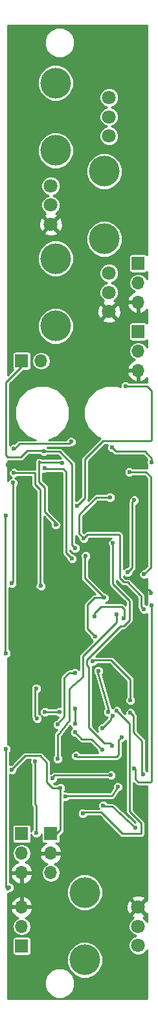
<source format=gbr>
G04 #@! TF.FileFunction,Copper,L2,Bot,Signal*
%FSLAX46Y46*%
G04 Gerber Fmt 4.6, Leading zero omitted, Abs format (unit mm)*
G04 Created by KiCad (PCBNEW 4.0.6) date 07/12/17 23:45:09*
%MOMM*%
%LPD*%
G01*
G04 APERTURE LIST*
%ADD10C,0.100000*%
%ADD11C,1.800000*%
%ADD12C,4.000000*%
%ADD13R,1.700000X1.700000*%
%ADD14O,1.700000X1.700000*%
%ADD15C,0.600000*%
%ADD16C,0.250000*%
%ADD17C,0.254000*%
G04 APERTURE END LIST*
D10*
D11*
X152400000Y-46910000D03*
X152400000Y-44410000D03*
X152400000Y-41910000D03*
D12*
X145400000Y-48810000D03*
X145400000Y-40010000D03*
D13*
X156210000Y-72390000D03*
D14*
X156210000Y-74930000D03*
X156210000Y-77470000D03*
D13*
X156210000Y-63500000D03*
D14*
X156210000Y-66040000D03*
X156210000Y-68580000D03*
D13*
X140970000Y-152400000D03*
D14*
X140970000Y-149860000D03*
X140970000Y-147320000D03*
D13*
X144780000Y-137795000D03*
D14*
X144780000Y-140335000D03*
X144780000Y-142875000D03*
D13*
X140970000Y-137795000D03*
D14*
X140970000Y-140335000D03*
X140970000Y-142875000D03*
D11*
X144780000Y-53420000D03*
X144780000Y-55920000D03*
X144780000Y-58420000D03*
D12*
X151780000Y-51520000D03*
X151780000Y-60320000D03*
D11*
X152400000Y-69770000D03*
X152400000Y-67270000D03*
X152400000Y-64770000D03*
D12*
X145400000Y-71670000D03*
X145400000Y-62870000D03*
D11*
X156210000Y-152320000D03*
X156210000Y-149820000D03*
X156210000Y-147320000D03*
D12*
X149210000Y-154220000D03*
X149210000Y-145420000D03*
D13*
X140970000Y-76200000D03*
D14*
X143510000Y-76200000D03*
D15*
X156845000Y-120523000D03*
X156845000Y-114681000D03*
X141351000Y-133477000D03*
X156845000Y-91805000D03*
X153479500Y-77406500D03*
X144780000Y-109380000D03*
X142367000Y-99060000D03*
X139192000Y-89789000D03*
X142621000Y-88773000D03*
X145669000Y-92710000D03*
X144907000Y-111760000D03*
X154686000Y-102616000D03*
X156845000Y-101695000D03*
X157861000Y-106426000D03*
X155575000Y-107061000D03*
X144875000Y-101600000D03*
X147447000Y-113030000D03*
X145796000Y-117094000D03*
X143985000Y-91440000D03*
X148209000Y-91440000D03*
X152908000Y-106172000D03*
X148971000Y-106172000D03*
X139954000Y-117856000D03*
X139700000Y-133445000D03*
X140335000Y-120490000D03*
X150622000Y-122809000D03*
X156845000Y-122190000D03*
X155067000Y-90678000D03*
X156972000Y-104013000D03*
X157988000Y-89408000D03*
X152781000Y-87503000D03*
X145415000Y-97536000D03*
X146304000Y-89535000D03*
X142875000Y-118872000D03*
X143002000Y-122809000D03*
X147955000Y-124587000D03*
X151511000Y-126873000D03*
X151638000Y-134112000D03*
X155829000Y-137033000D03*
X152908000Y-122428000D03*
X151511000Y-124079000D03*
X139827000Y-92075000D03*
X139700000Y-105156000D03*
X155194000Y-120396000D03*
X150241000Y-115316000D03*
X139700000Y-129445000D03*
X146050000Y-131826000D03*
X156972000Y-108585000D03*
X149098000Y-99314000D03*
X152527000Y-93980000D03*
X145034000Y-130556000D03*
X152654000Y-130175000D03*
X142875000Y-137668000D03*
X142748000Y-128397000D03*
X148971000Y-135128000D03*
X153416000Y-121793000D03*
X152908000Y-99949000D03*
X152781000Y-126365000D03*
X148070000Y-127635000D03*
X154051000Y-125222000D03*
X138938000Y-96393000D03*
X138938000Y-114300000D03*
X139319000Y-144780000D03*
X138938000Y-126746000D03*
X144018000Y-121920000D03*
X145923000Y-121920000D03*
X147955000Y-121539000D03*
X147955000Y-123444000D03*
X145669000Y-123571000D03*
X147955000Y-116840000D03*
X153416000Y-109220000D03*
X145669000Y-128016000D03*
X147955000Y-100584000D03*
X143891000Y-88011000D03*
X139954000Y-87630000D03*
X139954000Y-90805000D03*
X143510000Y-105537000D03*
X147447000Y-86741000D03*
X143985000Y-90170000D03*
X147574000Y-101981000D03*
X148209000Y-95123000D03*
X154559000Y-79502000D03*
X155702000Y-94361000D03*
X154813000Y-103759000D03*
X155702000Y-129286000D03*
X157988000Y-108077000D03*
X155194000Y-122047000D03*
X156845000Y-130048000D03*
X150495000Y-109474000D03*
X154305000Y-109728000D03*
X149352000Y-101600000D03*
X151765000Y-107061000D03*
X150622000Y-112141000D03*
X151003000Y-116586000D03*
X152273000Y-121920000D03*
X153543000Y-131699000D03*
X146685000Y-132969000D03*
D16*
X156718000Y-114554000D02*
X156845000Y-114681000D01*
X141351000Y-133477000D02*
X141478000Y-133477000D01*
X156845000Y-91805000D02*
X156845000Y-91821000D01*
X153479500Y-77406500D02*
X153543000Y-77343000D01*
X144780000Y-109380000D02*
X144780000Y-109347000D01*
X142748000Y-98933000D02*
X142494000Y-98933000D01*
X142494000Y-98933000D02*
X142367000Y-99060000D01*
X142621000Y-88646000D02*
X142494000Y-88773000D01*
X142748000Y-88646000D02*
X142621000Y-88646000D01*
X142494000Y-88900000D02*
X142748000Y-88646000D01*
X142621000Y-88773000D02*
X142494000Y-88900000D01*
X156845000Y-101727000D02*
X156845000Y-101695000D01*
X156845000Y-102235000D02*
X156210000Y-102870000D01*
X156210000Y-102870000D02*
X156210000Y-105410000D01*
X156210000Y-105410000D02*
X156845000Y-106045000D01*
X156845000Y-106045000D02*
X157607000Y-106045000D01*
X157607000Y-106045000D02*
X157861000Y-106299000D01*
X157861000Y-106299000D02*
X157861000Y-106426000D01*
X155575000Y-107061000D02*
X155702000Y-107061000D01*
X156845000Y-101695000D02*
X156845000Y-102235000D01*
X156591000Y-101441000D02*
X156845000Y-101695000D01*
X156591000Y-92837000D02*
X156591000Y-101441000D01*
X156464000Y-92710000D02*
X156591000Y-92837000D01*
X154940000Y-92710000D02*
X156464000Y-92710000D01*
X154305000Y-93345000D02*
X154940000Y-92710000D01*
X154305000Y-97409000D02*
X154305000Y-93345000D01*
X154686000Y-102628000D02*
X154305000Y-97409000D01*
X154686000Y-102616000D02*
X154686000Y-102628000D01*
X144875000Y-101600000D02*
X144907000Y-101600000D01*
X145796000Y-117094000D02*
X146050000Y-117348000D01*
X146050000Y-117348000D02*
X146050000Y-117475000D01*
X143985000Y-91440000D02*
X144018000Y-91440000D01*
X148209000Y-91440000D02*
X148463000Y-91440000D01*
X148971000Y-106172000D02*
X149098000Y-106045000D01*
X149098000Y-106045000D02*
X149225000Y-106045000D01*
X139700000Y-133445000D02*
X139700000Y-133477000D01*
X140335000Y-120490000D02*
X140335000Y-120523000D01*
X156845000Y-122190000D02*
X156845000Y-122174000D01*
X157226000Y-90678000D02*
X155067000Y-90678000D01*
X157861000Y-91313000D02*
X157226000Y-90678000D01*
X157861000Y-103124000D02*
X157861000Y-91313000D01*
X156972000Y-104013000D02*
X157861000Y-103124000D01*
X157988000Y-88900000D02*
X157988000Y-89408000D01*
X157099000Y-88011000D02*
X157988000Y-88900000D01*
X153289000Y-88011000D02*
X157099000Y-88011000D01*
X152781000Y-87503000D02*
X153289000Y-88011000D01*
X143383000Y-89408000D02*
X146177000Y-89408000D01*
X143256000Y-89281000D02*
X143383000Y-89408000D01*
X143256000Y-91948000D02*
X143256000Y-89281000D01*
X144018000Y-92710000D02*
X143256000Y-91948000D01*
X144018000Y-95885000D02*
X144018000Y-92710000D01*
X145669000Y-97536000D02*
X144018000Y-95885000D01*
X145415000Y-97536000D02*
X145669000Y-97536000D01*
X146177000Y-89408000D02*
X146304000Y-89535000D01*
X142748000Y-118999000D02*
X142875000Y-118872000D01*
X142748000Y-122555000D02*
X142748000Y-118999000D01*
X143002000Y-122809000D02*
X142748000Y-122555000D01*
X148844000Y-125476000D02*
X147955000Y-124587000D01*
X150114000Y-125476000D02*
X148844000Y-125476000D01*
X151511000Y-126873000D02*
X150114000Y-125476000D01*
X151765000Y-134112000D02*
X151638000Y-134112000D01*
X151892000Y-134239000D02*
X151765000Y-134112000D01*
X152781000Y-134239000D02*
X151892000Y-134239000D01*
X155829000Y-137033000D02*
X152781000Y-134239000D01*
X152654000Y-122936000D02*
X151511000Y-124079000D01*
X152654000Y-122682000D02*
X152654000Y-122936000D01*
X152908000Y-122428000D02*
X152654000Y-122682000D01*
X139827000Y-105029000D02*
X139827000Y-92075000D01*
X139700000Y-105156000D02*
X139827000Y-105029000D01*
X155194000Y-117729000D02*
X155194000Y-120396000D01*
X152654000Y-115189000D02*
X155194000Y-117729000D01*
X150368000Y-115189000D02*
X152654000Y-115189000D01*
X150241000Y-115316000D02*
X150368000Y-115189000D01*
X146050000Y-131826000D02*
X145034000Y-131826000D01*
X144272000Y-131064000D02*
X145034000Y-131826000D01*
X144272000Y-128524000D02*
X144272000Y-131064000D01*
X143383000Y-127635000D02*
X144272000Y-128524000D01*
X141478000Y-127635000D02*
X143383000Y-127635000D01*
X139700000Y-129413000D02*
X141478000Y-127635000D01*
X139700000Y-129413000D02*
X139700000Y-129445000D01*
X144780000Y-137795000D02*
X145542000Y-137795000D01*
X145542000Y-137795000D02*
X146050000Y-137287000D01*
X146050000Y-137287000D02*
X146050000Y-131826000D01*
X156464000Y-106680000D02*
X154813000Y-105029000D01*
X156972000Y-108585000D02*
X156591000Y-108204000D01*
X156591000Y-108204000D02*
X156591000Y-106807000D01*
X156591000Y-106807000D02*
X156464000Y-106680000D01*
X149606000Y-98806000D02*
X149098000Y-99314000D01*
X153670000Y-98806000D02*
X149606000Y-98806000D01*
X153797000Y-98933000D02*
X153670000Y-98806000D01*
X153797000Y-104521000D02*
X153797000Y-98933000D01*
X154305000Y-105029000D02*
X153797000Y-104521000D01*
X154813000Y-105029000D02*
X154305000Y-105029000D01*
X149098000Y-99314000D02*
X148463000Y-98679000D01*
X150749000Y-93980000D02*
X152527000Y-93980000D01*
X149352000Y-95377000D02*
X150749000Y-93980000D01*
X148463000Y-96266000D02*
X149352000Y-95377000D01*
X148463000Y-98679000D02*
X148463000Y-96266000D01*
X145034000Y-130429000D02*
X145034000Y-130556000D01*
X145288000Y-130175000D02*
X145034000Y-130429000D01*
X152654000Y-130175000D02*
X145288000Y-130175000D01*
X142875000Y-137668000D02*
X142875000Y-134112000D01*
X142875000Y-134112000D02*
X142748000Y-133985000D01*
X142748000Y-133985000D02*
X142748000Y-128397000D01*
X149098000Y-135001000D02*
X148971000Y-135128000D01*
X151384000Y-135001000D02*
X149098000Y-135001000D01*
X154178000Y-137795000D02*
X151384000Y-135001000D01*
X156591000Y-137795000D02*
X154178000Y-137795000D01*
X156591000Y-136398000D02*
X156591000Y-137795000D01*
X155067000Y-134874000D02*
X156591000Y-136398000D01*
X155067000Y-123444000D02*
X155067000Y-134874000D01*
X153416000Y-121793000D02*
X155067000Y-123444000D01*
X152908000Y-105283000D02*
X152908000Y-99949000D01*
X155067000Y-107442000D02*
X152908000Y-105283000D01*
X155067000Y-109982000D02*
X155067000Y-107442000D01*
X154305000Y-110744000D02*
X155067000Y-109982000D01*
X153924000Y-110744000D02*
X154305000Y-110744000D01*
X149479000Y-115189000D02*
X153924000Y-110744000D01*
X149479000Y-115824000D02*
X149479000Y-115189000D01*
X149733000Y-116078000D02*
X149479000Y-115824000D01*
X149733000Y-123952000D02*
X149733000Y-116078000D01*
X151765000Y-125984000D02*
X149733000Y-123952000D01*
X152527000Y-125984000D02*
X151765000Y-125984000D01*
X152781000Y-126238000D02*
X152527000Y-125984000D01*
X152781000Y-126365000D02*
X152781000Y-126238000D01*
X153670000Y-125603000D02*
X154051000Y-125222000D01*
X153670000Y-127508000D02*
X153670000Y-125603000D01*
X153416000Y-127762000D02*
X153670000Y-127508000D01*
X148209000Y-127762000D02*
X153416000Y-127762000D01*
X148082000Y-127635000D02*
X148209000Y-127762000D01*
X148082000Y-127635000D02*
X148070000Y-127635000D01*
X138938000Y-96520000D02*
X138938000Y-96393000D01*
X138811000Y-96647000D02*
X138938000Y-96520000D01*
X138811000Y-114173000D02*
X138811000Y-96647000D01*
X138938000Y-114300000D02*
X138811000Y-114173000D01*
X139192000Y-144907000D02*
X139319000Y-144780000D01*
X139192000Y-145034000D02*
X139192000Y-144907000D01*
X138938000Y-144780000D02*
X139192000Y-145034000D01*
X138938000Y-126746000D02*
X138938000Y-144780000D01*
X145923000Y-121920000D02*
X144018000Y-121920000D01*
X146558000Y-118745000D02*
X146558000Y-117475000D01*
X147955000Y-121539000D02*
X147955000Y-123444000D01*
X145669000Y-123571000D02*
X145669000Y-123444000D01*
X145669000Y-123444000D02*
X146558000Y-122555000D01*
X146558000Y-122555000D02*
X146558000Y-120199998D01*
X146558000Y-120199998D02*
X146558000Y-118745000D01*
X147193000Y-116840000D02*
X147955000Y-116840000D01*
X146558000Y-117475000D02*
X147193000Y-116840000D01*
X153416000Y-110236000D02*
X153416000Y-109220000D01*
X148971000Y-114681000D02*
X153416000Y-110236000D01*
X148971000Y-117348000D02*
X148971000Y-114681000D01*
X147193000Y-118872000D02*
X148971000Y-117348000D01*
X147193000Y-123063000D02*
X147193000Y-118872000D01*
X145669000Y-124968000D02*
X147193000Y-123063000D01*
X145669000Y-128016000D02*
X145669000Y-124968000D01*
X143891000Y-88011000D02*
X145923000Y-88011000D01*
X147574000Y-100203000D02*
X147955000Y-100584000D01*
X147574000Y-89662000D02*
X147574000Y-100203000D01*
X145923000Y-88011000D02*
X147574000Y-89662000D01*
X140970000Y-76200000D02*
X140970000Y-76962000D01*
X140970000Y-76962000D02*
X138938000Y-78994000D01*
X143764000Y-87884000D02*
X143891000Y-88011000D01*
X141732000Y-87884000D02*
X143764000Y-87884000D01*
X140843000Y-88773000D02*
X141732000Y-87884000D01*
X139192000Y-88773000D02*
X140843000Y-88773000D01*
X138938000Y-88519000D02*
X139192000Y-88773000D01*
X138938000Y-78994000D02*
X138938000Y-88519000D01*
X139954000Y-87630000D02*
X140081000Y-87630000D01*
X141478000Y-90805000D02*
X139954000Y-90805000D01*
X142748000Y-90805000D02*
X141478000Y-90805000D01*
X142748000Y-92329000D02*
X142748000Y-90805000D01*
X143383000Y-92964000D02*
X142748000Y-92329000D01*
X143383000Y-105410000D02*
X143383000Y-92964000D01*
X143256000Y-105537000D02*
X143383000Y-105410000D01*
X143256000Y-105537000D02*
X143510000Y-105537000D01*
X147193000Y-86995000D02*
X147447000Y-86741000D01*
X140716000Y-86995000D02*
X147193000Y-86995000D01*
X140081000Y-87630000D02*
X140716000Y-86995000D01*
X146812000Y-101219000D02*
X147574000Y-101981000D01*
X146812000Y-90678000D02*
X146812000Y-101219000D01*
X146431000Y-90297000D02*
X146812000Y-90678000D01*
X144145000Y-90297000D02*
X146431000Y-90297000D01*
X144018000Y-90170000D02*
X144145000Y-90297000D01*
X144018000Y-90170000D02*
X143985000Y-90170000D01*
X148209000Y-95123000D02*
X149225000Y-94107000D01*
X149225000Y-94107000D02*
X149225000Y-89027000D01*
X149225000Y-89027000D02*
X151638000Y-86614000D01*
X151638000Y-86614000D02*
X157861000Y-86614000D01*
X157861000Y-86614000D02*
X157988000Y-86487000D01*
X157988000Y-86487000D02*
X157988000Y-80137000D01*
X157988000Y-80137000D02*
X157353000Y-79502000D01*
X157353000Y-79502000D02*
X154559000Y-79502000D01*
X155702000Y-94361000D02*
X155448000Y-94615000D01*
X155448000Y-94615000D02*
X155448000Y-103124000D01*
X155448000Y-103124000D02*
X154813000Y-103759000D01*
X155702000Y-129286000D02*
X155829000Y-129413000D01*
X155829000Y-129413000D02*
X155829000Y-130683000D01*
X155829000Y-130683000D02*
X156210000Y-131064000D01*
X156210000Y-131064000D02*
X157861000Y-131064000D01*
X157861000Y-131064000D02*
X157988000Y-130937000D01*
X157988000Y-130937000D02*
X157988000Y-108077000D01*
X155575000Y-122428000D02*
X155194000Y-122047000D01*
X155575000Y-124587000D02*
X155575000Y-122428000D01*
X156718000Y-125730000D02*
X155575000Y-124587000D01*
X156718000Y-129921000D02*
X156718000Y-125730000D01*
X156845000Y-130048000D02*
X156718000Y-129921000D01*
X150495000Y-109093000D02*
X150495000Y-109474000D01*
X151384000Y-108204000D02*
X150495000Y-109093000D01*
X154051000Y-108204000D02*
X151384000Y-108204000D01*
X154432000Y-108585000D02*
X154051000Y-108204000D01*
X154432000Y-109601000D02*
X154432000Y-108585000D01*
X154305000Y-109728000D02*
X154432000Y-109601000D01*
X149225000Y-104521000D02*
X151765000Y-107061000D01*
X149225000Y-101727000D02*
X149225000Y-104521000D01*
X149352000Y-101600000D02*
X149225000Y-101727000D01*
X150495000Y-107061000D02*
X151765000Y-107061000D01*
X149606000Y-107950000D02*
X150495000Y-107061000D01*
X149606000Y-111125000D02*
X149606000Y-107950000D01*
X150622000Y-112141000D02*
X149606000Y-111125000D01*
X150876000Y-116586000D02*
X151003000Y-116586000D01*
X152400000Y-121793000D02*
X150876000Y-116586000D01*
X152273000Y-121920000D02*
X152400000Y-121793000D01*
X152781000Y-132842000D02*
X153543000Y-131699000D01*
X146812000Y-132842000D02*
X152781000Y-132842000D01*
X146685000Y-132969000D02*
X146812000Y-132842000D01*
D17*
G36*
X146310000Y-90885935D02*
X146310000Y-101218995D01*
X146309999Y-101219000D01*
X146348212Y-101411107D01*
X146457032Y-101573968D01*
X146896971Y-102013907D01*
X146896883Y-102115073D01*
X146999733Y-102363989D01*
X147190010Y-102554598D01*
X147438746Y-102657882D01*
X147708073Y-102658117D01*
X147956989Y-102555267D01*
X148147598Y-102364990D01*
X148250882Y-102116254D01*
X148251117Y-101846927D01*
X148148267Y-101598011D01*
X147957990Y-101407402D01*
X147709254Y-101304118D01*
X147606964Y-101304029D01*
X147314000Y-101011064D01*
X147314000Y-100805483D01*
X147380733Y-100966989D01*
X147571010Y-101157598D01*
X147819746Y-101260882D01*
X148089073Y-101261117D01*
X148337989Y-101158267D01*
X148528598Y-100967990D01*
X148631882Y-100719254D01*
X148632117Y-100449927D01*
X148529267Y-100201011D01*
X148338990Y-100010402D01*
X148090254Y-99907118D01*
X148076000Y-99907106D01*
X148076000Y-98986029D01*
X148108032Y-99033968D01*
X148420971Y-99346907D01*
X148420883Y-99448073D01*
X148523733Y-99696989D01*
X148714010Y-99887598D01*
X148962746Y-99990882D01*
X149232073Y-99991117D01*
X149480989Y-99888267D01*
X149671598Y-99697990D01*
X149774882Y-99449254D01*
X149774971Y-99346964D01*
X149813935Y-99308000D01*
X152686517Y-99308000D01*
X152525011Y-99374733D01*
X152334402Y-99565010D01*
X152231118Y-99813746D01*
X152230883Y-100083073D01*
X152333733Y-100331989D01*
X152406000Y-100404382D01*
X152406000Y-105282995D01*
X152405999Y-105283000D01*
X152444212Y-105475107D01*
X152553032Y-105637968D01*
X154565000Y-107649936D01*
X154565000Y-108008064D01*
X154405968Y-107849032D01*
X154243107Y-107740212D01*
X154051000Y-107701999D01*
X154050995Y-107702000D01*
X151986483Y-107702000D01*
X152147989Y-107635267D01*
X152338598Y-107444990D01*
X152441882Y-107196254D01*
X152442117Y-106926927D01*
X152339267Y-106678011D01*
X152148990Y-106487402D01*
X151900254Y-106384118D01*
X151797964Y-106384029D01*
X149727000Y-104313064D01*
X149727000Y-102177568D01*
X149734989Y-102174267D01*
X149925598Y-101983990D01*
X150028882Y-101735254D01*
X150029117Y-101465927D01*
X149926267Y-101217011D01*
X149735990Y-101026402D01*
X149487254Y-100923118D01*
X149217927Y-100922883D01*
X148969011Y-101025733D01*
X148778402Y-101216010D01*
X148675118Y-101464746D01*
X148674883Y-101734073D01*
X148723000Y-101850525D01*
X148723000Y-104520995D01*
X148722999Y-104521000D01*
X148761212Y-104713107D01*
X148870032Y-104875968D01*
X150553065Y-106559000D01*
X150495005Y-106559000D01*
X150495000Y-106558999D01*
X150302893Y-106597212D01*
X150140032Y-106706032D01*
X149251032Y-107595032D01*
X149142212Y-107757893D01*
X149103999Y-107950000D01*
X149104000Y-107950005D01*
X149104000Y-111124995D01*
X149103999Y-111125000D01*
X149142212Y-111317107D01*
X149251032Y-111479968D01*
X149944971Y-112173907D01*
X149944883Y-112275073D01*
X150047733Y-112523989D01*
X150232743Y-112709322D01*
X148616032Y-114326032D01*
X148507212Y-114488893D01*
X148468999Y-114681000D01*
X148469000Y-114681005D01*
X148469000Y-116396639D01*
X148338990Y-116266402D01*
X148090254Y-116163118D01*
X147820927Y-116162883D01*
X147572011Y-116265733D01*
X147499618Y-116338000D01*
X147193005Y-116338000D01*
X147193000Y-116337999D01*
X147000893Y-116376212D01*
X146838032Y-116485032D01*
X146838030Y-116485035D01*
X146203032Y-117120032D01*
X146094212Y-117282893D01*
X146055999Y-117475000D01*
X146056000Y-117475005D01*
X146056000Y-121243116D01*
X145788927Y-121242883D01*
X145540011Y-121345733D01*
X145467618Y-121418000D01*
X144473463Y-121418000D01*
X144401990Y-121346402D01*
X144153254Y-121243118D01*
X143883927Y-121242883D01*
X143635011Y-121345733D01*
X143444402Y-121536010D01*
X143341118Y-121784746D01*
X143340883Y-122054073D01*
X143436864Y-122286365D01*
X143385990Y-122235402D01*
X143250000Y-122178934D01*
X143250000Y-119449568D01*
X143257989Y-119446267D01*
X143448598Y-119255990D01*
X143551882Y-119007254D01*
X143552117Y-118737927D01*
X143449267Y-118489011D01*
X143258990Y-118298402D01*
X143010254Y-118195118D01*
X142740927Y-118194883D01*
X142492011Y-118297733D01*
X142301402Y-118488010D01*
X142198118Y-118736746D01*
X142197883Y-119006073D01*
X142246000Y-119122525D01*
X142246000Y-122554995D01*
X142245999Y-122555000D01*
X142284212Y-122747107D01*
X142325001Y-122808152D01*
X142324883Y-122943073D01*
X142427733Y-123191989D01*
X142618010Y-123382598D01*
X142866746Y-123485882D01*
X143136073Y-123486117D01*
X143384989Y-123383267D01*
X143575598Y-123192990D01*
X143678882Y-122944254D01*
X143679117Y-122674927D01*
X143583136Y-122442635D01*
X143634010Y-122493598D01*
X143882746Y-122596882D01*
X144152073Y-122597117D01*
X144400989Y-122494267D01*
X144473382Y-122422000D01*
X145467537Y-122422000D01*
X145539010Y-122493598D01*
X145787746Y-122596882D01*
X145806166Y-122596898D01*
X145491052Y-122912012D01*
X145286011Y-122996733D01*
X145095402Y-123187010D01*
X144992118Y-123435746D01*
X144991883Y-123705073D01*
X145094733Y-123953989D01*
X145285010Y-124144598D01*
X145533746Y-124247882D01*
X145602173Y-124247942D01*
X145277004Y-124654403D01*
X145244473Y-124717134D01*
X145205212Y-124775893D01*
X145199742Y-124803392D01*
X145186834Y-124828284D01*
X145180786Y-124898694D01*
X145167000Y-124968000D01*
X145167000Y-127560537D01*
X145095402Y-127632010D01*
X144992118Y-127880746D01*
X144991883Y-128150073D01*
X145094733Y-128398989D01*
X145285010Y-128589598D01*
X145533746Y-128692882D01*
X145803073Y-128693117D01*
X146051989Y-128590267D01*
X146242598Y-128399990D01*
X146345882Y-128151254D01*
X146346117Y-127881927D01*
X146243267Y-127633011D01*
X146171000Y-127560618D01*
X146171000Y-125144092D01*
X147327585Y-123698361D01*
X147380733Y-123826989D01*
X147569077Y-124015662D01*
X147381402Y-124203010D01*
X147278118Y-124451746D01*
X147277883Y-124721073D01*
X147380733Y-124969989D01*
X147571010Y-125160598D01*
X147819746Y-125263882D01*
X147922035Y-125263971D01*
X148489032Y-125830968D01*
X148651893Y-125939788D01*
X148844000Y-125978001D01*
X148844005Y-125978000D01*
X149906064Y-125978000D01*
X150833971Y-126905907D01*
X150833883Y-127007073D01*
X150936733Y-127255989D01*
X150940737Y-127260000D01*
X148647568Y-127260000D01*
X148644267Y-127252011D01*
X148453990Y-127061402D01*
X148205254Y-126958118D01*
X147935927Y-126957883D01*
X147687011Y-127060733D01*
X147496402Y-127251010D01*
X147393118Y-127499746D01*
X147392883Y-127769073D01*
X147495733Y-128017989D01*
X147686010Y-128208598D01*
X147934746Y-128311882D01*
X148204073Y-128312117D01*
X148320525Y-128264000D01*
X153415995Y-128264000D01*
X153416000Y-128264001D01*
X153608107Y-128225788D01*
X153770968Y-128116968D01*
X154024965Y-127862970D01*
X154024968Y-127862968D01*
X154092433Y-127762000D01*
X154133788Y-127700108D01*
X154172000Y-127508000D01*
X154172000Y-125899106D01*
X154185073Y-125899117D01*
X154433989Y-125796267D01*
X154565000Y-125665484D01*
X154565000Y-134873995D01*
X154564999Y-134874000D01*
X154603212Y-135066107D01*
X154712032Y-135228968D01*
X155839074Y-136356009D01*
X155833365Y-136356004D01*
X153120214Y-133868949D01*
X153045644Y-133823680D01*
X152973107Y-133775212D01*
X152962248Y-133773052D01*
X152952781Y-133767305D01*
X152866549Y-133754017D01*
X152781000Y-133737000D01*
X152215568Y-133737000D01*
X152212267Y-133729011D01*
X152021990Y-133538402D01*
X151773254Y-133435118D01*
X151503927Y-133434883D01*
X151255011Y-133537733D01*
X151064402Y-133728010D01*
X150961118Y-133976746D01*
X150960883Y-134246073D01*
X151063733Y-134494989D01*
X151067737Y-134499000D01*
X149221567Y-134499000D01*
X149106254Y-134451118D01*
X148836927Y-134450883D01*
X148588011Y-134553733D01*
X148397402Y-134744010D01*
X148294118Y-134992746D01*
X148293883Y-135262073D01*
X148396733Y-135510989D01*
X148587010Y-135701598D01*
X148835746Y-135804882D01*
X149105073Y-135805117D01*
X149353989Y-135702267D01*
X149544598Y-135511990D01*
X149548331Y-135503000D01*
X151176064Y-135503000D01*
X153823030Y-138149965D01*
X153823032Y-138149968D01*
X153960166Y-138241598D01*
X153985893Y-138258788D01*
X154178000Y-138297001D01*
X154178005Y-138297000D01*
X156591000Y-138297000D01*
X156783107Y-138258788D01*
X156945968Y-138149968D01*
X157054788Y-137987107D01*
X157093000Y-137795000D01*
X157093000Y-136398000D01*
X157054788Y-136205893D01*
X156945968Y-136043032D01*
X156945965Y-136043030D01*
X155569000Y-134666064D01*
X155569000Y-131132936D01*
X155855030Y-131418965D01*
X155855032Y-131418968D01*
X155932953Y-131471033D01*
X156017892Y-131527788D01*
X156210000Y-131566000D01*
X157353000Y-131566000D01*
X157353000Y-146440616D01*
X157290159Y-146419446D01*
X156389605Y-147320000D01*
X157290159Y-148220554D01*
X157353000Y-148199384D01*
X157353000Y-149242264D01*
X157293219Y-149097583D01*
X156934307Y-148738043D01*
X156881035Y-148715922D01*
X157024148Y-148656643D01*
X157110554Y-148400159D01*
X156210000Y-147499605D01*
X155309446Y-148400159D01*
X155395852Y-148656643D01*
X155547370Y-148712077D01*
X155487583Y-148736781D01*
X155128043Y-149095693D01*
X154933222Y-149564875D01*
X154932779Y-150072897D01*
X155126781Y-150542417D01*
X155485693Y-150901957D01*
X155890804Y-151070173D01*
X155487583Y-151236781D01*
X155128043Y-151595693D01*
X154933222Y-152064875D01*
X154932779Y-152572897D01*
X155126781Y-153042417D01*
X155485693Y-153401957D01*
X155954875Y-153596778D01*
X156462897Y-153597221D01*
X156932417Y-153403219D01*
X157291957Y-153044307D01*
X157353000Y-152897299D01*
X157353000Y-159258000D01*
X139192000Y-159258000D01*
X139192000Y-157641524D01*
X143952657Y-157641524D01*
X144253003Y-158368418D01*
X144808657Y-158925042D01*
X145535025Y-159226656D01*
X146321524Y-159227343D01*
X147048418Y-158926997D01*
X147605042Y-158371343D01*
X147906656Y-157644975D01*
X147907343Y-156858476D01*
X147606997Y-156131582D01*
X147051343Y-155574958D01*
X146324975Y-155273344D01*
X145538476Y-155272657D01*
X144811582Y-155573003D01*
X144254958Y-156128657D01*
X143953344Y-156855025D01*
X143952657Y-157641524D01*
X139192000Y-157641524D01*
X139192000Y-154690740D01*
X146832588Y-154690740D01*
X147193703Y-155564703D01*
X147861780Y-156233947D01*
X148735111Y-156596586D01*
X149680740Y-156597412D01*
X150554703Y-156236297D01*
X151223947Y-155568220D01*
X151586586Y-154694889D01*
X151587412Y-153749260D01*
X151226297Y-152875297D01*
X150558220Y-152206053D01*
X149684889Y-151843414D01*
X148739260Y-151842588D01*
X147865297Y-152203703D01*
X147196053Y-152871780D01*
X146833414Y-153745111D01*
X146832588Y-154690740D01*
X139192000Y-154690740D01*
X139192000Y-151550000D01*
X139735615Y-151550000D01*
X139735615Y-153250000D01*
X139761903Y-153389708D01*
X139844470Y-153518020D01*
X139970453Y-153604101D01*
X140120000Y-153634385D01*
X141820000Y-153634385D01*
X141959708Y-153608097D01*
X142088020Y-153525530D01*
X142174101Y-153399547D01*
X142204385Y-153250000D01*
X142204385Y-151550000D01*
X142178097Y-151410292D01*
X142095530Y-151281980D01*
X141969547Y-151195899D01*
X141820000Y-151165615D01*
X140120000Y-151165615D01*
X139980292Y-151191903D01*
X139851980Y-151274470D01*
X139765899Y-151400453D01*
X139735615Y-151550000D01*
X139192000Y-151550000D01*
X139192000Y-147676890D01*
X139528524Y-147676890D01*
X139698355Y-148086924D01*
X140088642Y-148515183D01*
X140519954Y-148717738D01*
X140476409Y-148726400D01*
X140078342Y-148992380D01*
X139812362Y-149390447D01*
X139718962Y-149860000D01*
X139812362Y-150329553D01*
X140078342Y-150727620D01*
X140476409Y-150993600D01*
X140945962Y-151087000D01*
X140994038Y-151087000D01*
X141463591Y-150993600D01*
X141861658Y-150727620D01*
X142127638Y-150329553D01*
X142221038Y-149860000D01*
X142127638Y-149390447D01*
X141861658Y-148992380D01*
X141463591Y-148726400D01*
X141420046Y-148717738D01*
X141851358Y-148515183D01*
X142241645Y-148086924D01*
X142411476Y-147676890D01*
X142290155Y-147447000D01*
X141097000Y-147447000D01*
X141097000Y-147467000D01*
X140843000Y-147467000D01*
X140843000Y-147447000D01*
X139649845Y-147447000D01*
X139528524Y-147676890D01*
X139192000Y-147676890D01*
X139192000Y-146963110D01*
X139528524Y-146963110D01*
X139649845Y-147193000D01*
X140843000Y-147193000D01*
X140843000Y-145999181D01*
X141097000Y-145999181D01*
X141097000Y-147193000D01*
X142290155Y-147193000D01*
X142411476Y-146963110D01*
X142241645Y-146553076D01*
X141851358Y-146124817D01*
X141352926Y-145890740D01*
X146832588Y-145890740D01*
X147193703Y-146764703D01*
X147861780Y-147433947D01*
X148735111Y-147796586D01*
X149680740Y-147797412D01*
X150554703Y-147436297D01*
X150912287Y-147079336D01*
X154663542Y-147079336D01*
X154689161Y-147689460D01*
X154873357Y-148134148D01*
X155129841Y-148220554D01*
X156030395Y-147320000D01*
X155129841Y-146419446D01*
X154873357Y-146505852D01*
X154663542Y-147079336D01*
X150912287Y-147079336D01*
X151223947Y-146768220D01*
X151443349Y-146239841D01*
X155309446Y-146239841D01*
X156210000Y-147140395D01*
X157110554Y-146239841D01*
X157024148Y-145983357D01*
X156450664Y-145773542D01*
X155840540Y-145799161D01*
X155395852Y-145983357D01*
X155309446Y-146239841D01*
X151443349Y-146239841D01*
X151586586Y-145894889D01*
X151587412Y-144949260D01*
X151226297Y-144075297D01*
X150558220Y-143406053D01*
X149684889Y-143043414D01*
X148739260Y-143042588D01*
X147865297Y-143403703D01*
X147196053Y-144071780D01*
X146833414Y-144945111D01*
X146832588Y-145890740D01*
X141352926Y-145890740D01*
X141326892Y-145878514D01*
X141097000Y-145999181D01*
X140843000Y-145999181D01*
X140613108Y-145878514D01*
X140088642Y-146124817D01*
X139698355Y-146553076D01*
X139528524Y-146963110D01*
X139192000Y-146963110D01*
X139192000Y-145536000D01*
X139384107Y-145497788D01*
X139444986Y-145457110D01*
X139453073Y-145457117D01*
X139701989Y-145354267D01*
X139892598Y-145163990D01*
X139995882Y-144915254D01*
X139996117Y-144645927D01*
X139893267Y-144397011D01*
X139702990Y-144206402D01*
X139454254Y-144103118D01*
X139440000Y-144103106D01*
X139440000Y-143231890D01*
X139528524Y-143231890D01*
X139698355Y-143641924D01*
X140088642Y-144070183D01*
X140613108Y-144316486D01*
X140843000Y-144195819D01*
X140843000Y-143002000D01*
X141097000Y-143002000D01*
X141097000Y-144195819D01*
X141326892Y-144316486D01*
X141851358Y-144070183D01*
X142241645Y-143641924D01*
X142411476Y-143231890D01*
X142290155Y-143002000D01*
X141097000Y-143002000D01*
X140843000Y-143002000D01*
X139649845Y-143002000D01*
X139528524Y-143231890D01*
X139440000Y-143231890D01*
X139440000Y-142518110D01*
X139528524Y-142518110D01*
X139649845Y-142748000D01*
X140843000Y-142748000D01*
X140843000Y-142728000D01*
X141097000Y-142728000D01*
X141097000Y-142748000D01*
X142290155Y-142748000D01*
X142411476Y-142518110D01*
X142241645Y-142108076D01*
X141851358Y-141679817D01*
X141420046Y-141477262D01*
X141463591Y-141468600D01*
X141861658Y-141202620D01*
X142127638Y-140804553D01*
X142150048Y-140691890D01*
X143338524Y-140691890D01*
X143508355Y-141101924D01*
X143898642Y-141530183D01*
X144329954Y-141732738D01*
X144286409Y-141741400D01*
X143888342Y-142007380D01*
X143622362Y-142405447D01*
X143528962Y-142875000D01*
X143622362Y-143344553D01*
X143888342Y-143742620D01*
X144286409Y-144008600D01*
X144755962Y-144102000D01*
X144804038Y-144102000D01*
X145273591Y-144008600D01*
X145671658Y-143742620D01*
X145937638Y-143344553D01*
X146031038Y-142875000D01*
X145937638Y-142405447D01*
X145671658Y-142007380D01*
X145273591Y-141741400D01*
X145230046Y-141732738D01*
X145661358Y-141530183D01*
X146051645Y-141101924D01*
X146221476Y-140691890D01*
X146100155Y-140462000D01*
X144907000Y-140462000D01*
X144907000Y-140482000D01*
X144653000Y-140482000D01*
X144653000Y-140462000D01*
X143459845Y-140462000D01*
X143338524Y-140691890D01*
X142150048Y-140691890D01*
X142221038Y-140335000D01*
X142127638Y-139865447D01*
X141861658Y-139467380D01*
X141463591Y-139201400D01*
X140994038Y-139108000D01*
X140945962Y-139108000D01*
X140476409Y-139201400D01*
X140078342Y-139467380D01*
X139812362Y-139865447D01*
X139718962Y-140335000D01*
X139812362Y-140804553D01*
X140078342Y-141202620D01*
X140476409Y-141468600D01*
X140519954Y-141477262D01*
X140088642Y-141679817D01*
X139698355Y-142108076D01*
X139528524Y-142518110D01*
X139440000Y-142518110D01*
X139440000Y-130070083D01*
X139564746Y-130121882D01*
X139834073Y-130122117D01*
X140082989Y-130019267D01*
X140273598Y-129828990D01*
X140376882Y-129580254D01*
X140376999Y-129445937D01*
X141685935Y-128137000D01*
X142122917Y-128137000D01*
X142071118Y-128261746D01*
X142070883Y-128531073D01*
X142173733Y-128779989D01*
X142246000Y-128852382D01*
X142246000Y-133984995D01*
X142245999Y-133985000D01*
X142284212Y-134177107D01*
X142373000Y-134309988D01*
X142373000Y-137212537D01*
X142301402Y-137284010D01*
X142204385Y-137517653D01*
X142204385Y-136945000D01*
X142178097Y-136805292D01*
X142095530Y-136676980D01*
X141969547Y-136590899D01*
X141820000Y-136560615D01*
X140120000Y-136560615D01*
X139980292Y-136586903D01*
X139851980Y-136669470D01*
X139765899Y-136795453D01*
X139735615Y-136945000D01*
X139735615Y-138645000D01*
X139761903Y-138784708D01*
X139844470Y-138913020D01*
X139970453Y-138999101D01*
X140120000Y-139029385D01*
X141820000Y-139029385D01*
X141959708Y-139003097D01*
X142088020Y-138920530D01*
X142174101Y-138794547D01*
X142204385Y-138645000D01*
X142204385Y-137817809D01*
X142300733Y-138050989D01*
X142491010Y-138241598D01*
X142739746Y-138344882D01*
X143009073Y-138345117D01*
X143257989Y-138242267D01*
X143448598Y-138051990D01*
X143545615Y-137818347D01*
X143545615Y-138645000D01*
X143571903Y-138784708D01*
X143654470Y-138913020D01*
X143780453Y-138999101D01*
X143930000Y-139029385D01*
X144133791Y-139029385D01*
X143898642Y-139139817D01*
X143508355Y-139568076D01*
X143338524Y-139978110D01*
X143459845Y-140208000D01*
X144653000Y-140208000D01*
X144653000Y-140188000D01*
X144907000Y-140188000D01*
X144907000Y-140208000D01*
X146100155Y-140208000D01*
X146221476Y-139978110D01*
X146051645Y-139568076D01*
X145661358Y-139139817D01*
X145426209Y-139029385D01*
X145630000Y-139029385D01*
X145769708Y-139003097D01*
X145898020Y-138920530D01*
X145984101Y-138794547D01*
X146014385Y-138645000D01*
X146014385Y-138032551D01*
X146404965Y-137641970D01*
X146404968Y-137641968D01*
X146513788Y-137479107D01*
X146552000Y-137287000D01*
X146552000Y-133645884D01*
X146819073Y-133646117D01*
X147067989Y-133543267D01*
X147258598Y-133352990D01*
X147262331Y-133344000D01*
X152781000Y-133344000D01*
X152829746Y-133334304D01*
X152879450Y-133334252D01*
X152924870Y-133315383D01*
X152973107Y-133305788D01*
X153014434Y-133278174D01*
X153060333Y-133259106D01*
X153095072Y-133224293D01*
X153135968Y-133196968D01*
X153163584Y-133155638D01*
X153198689Y-133120459D01*
X153701702Y-132365941D01*
X153925989Y-132273267D01*
X154116598Y-132082990D01*
X154219882Y-131834254D01*
X154220117Y-131564927D01*
X154117267Y-131316011D01*
X153926990Y-131125402D01*
X153678254Y-131022118D01*
X153408927Y-131021883D01*
X153160011Y-131124733D01*
X152969402Y-131315010D01*
X152866118Y-131563746D01*
X152865903Y-131809652D01*
X152512338Y-132340000D01*
X146935567Y-132340000D01*
X146820254Y-132292118D01*
X146552000Y-132291884D01*
X146552000Y-132281463D01*
X146623598Y-132209990D01*
X146726882Y-131961254D01*
X146727117Y-131691927D01*
X146624267Y-131443011D01*
X146433990Y-131252402D01*
X146185254Y-131149118D01*
X145915927Y-131148883D01*
X145667011Y-131251733D01*
X145594618Y-131324000D01*
X145241935Y-131324000D01*
X145151037Y-131233102D01*
X145168073Y-131233117D01*
X145416989Y-131130267D01*
X145607598Y-130939990D01*
X145710882Y-130691254D01*
X145710894Y-130677000D01*
X152198537Y-130677000D01*
X152270010Y-130748598D01*
X152518746Y-130851882D01*
X152788073Y-130852117D01*
X153036989Y-130749267D01*
X153227598Y-130558990D01*
X153330882Y-130310254D01*
X153331117Y-130040927D01*
X153228267Y-129792011D01*
X153037990Y-129601402D01*
X152789254Y-129498118D01*
X152519927Y-129497883D01*
X152271011Y-129600733D01*
X152198618Y-129673000D01*
X145288000Y-129673000D01*
X145095892Y-129711212D01*
X145069431Y-129728893D01*
X144933032Y-129820032D01*
X144933030Y-129820035D01*
X144856054Y-129897011D01*
X144774000Y-129930915D01*
X144774000Y-128524005D01*
X144774001Y-128524000D01*
X144735788Y-128331893D01*
X144626968Y-128169032D01*
X143737968Y-127280032D01*
X143575107Y-127171212D01*
X143383000Y-127132999D01*
X143382995Y-127133000D01*
X141478005Y-127133000D01*
X141478000Y-127132999D01*
X141285893Y-127171212D01*
X141123032Y-127280032D01*
X141123030Y-127280035D01*
X139635121Y-128767943D01*
X139565927Y-128767883D01*
X139440000Y-128819915D01*
X139440000Y-127201463D01*
X139511598Y-127129990D01*
X139614882Y-126881254D01*
X139615117Y-126611927D01*
X139512267Y-126363011D01*
X139321990Y-126172402D01*
X139192000Y-126118426D01*
X139192000Y-114927564D01*
X139320989Y-114874267D01*
X139511598Y-114683990D01*
X139614882Y-114435254D01*
X139615117Y-114165927D01*
X139512267Y-113917011D01*
X139321990Y-113726402D01*
X139313000Y-113722669D01*
X139313000Y-105726583D01*
X139316010Y-105729598D01*
X139564746Y-105832882D01*
X139834073Y-105833117D01*
X140082989Y-105730267D01*
X140273598Y-105539990D01*
X140376882Y-105291254D01*
X140377117Y-105021927D01*
X140329000Y-104905475D01*
X140329000Y-92530463D01*
X140400598Y-92458990D01*
X140503882Y-92210254D01*
X140504117Y-91940927D01*
X140401267Y-91692011D01*
X140210990Y-91501402D01*
X140126404Y-91466279D01*
X140336989Y-91379267D01*
X140409382Y-91307000D01*
X142246000Y-91307000D01*
X142246000Y-92328995D01*
X142245999Y-92329000D01*
X142284212Y-92521107D01*
X142393032Y-92683968D01*
X142881000Y-93171935D01*
X142881000Y-105212012D01*
X142792212Y-105344893D01*
X142753999Y-105537000D01*
X142792212Y-105729107D01*
X142901032Y-105891968D01*
X142932974Y-105913311D01*
X142935733Y-105919989D01*
X143126010Y-106110598D01*
X143374746Y-106213882D01*
X143644073Y-106214117D01*
X143892989Y-106111267D01*
X144083598Y-105920990D01*
X144186882Y-105672254D01*
X144187117Y-105402927D01*
X144084267Y-105154011D01*
X143893990Y-104963402D01*
X143885000Y-104959669D01*
X143885000Y-96461936D01*
X144763261Y-97340196D01*
X144738118Y-97400746D01*
X144737883Y-97670073D01*
X144840733Y-97918989D01*
X145031010Y-98109598D01*
X145279746Y-98212882D01*
X145549073Y-98213117D01*
X145797989Y-98110267D01*
X145988598Y-97919990D01*
X145991695Y-97912532D01*
X146023968Y-97890968D01*
X146132788Y-97728108D01*
X146171001Y-97536000D01*
X146132788Y-97343893D01*
X146023968Y-97181032D01*
X146023965Y-97181030D01*
X144520000Y-95677064D01*
X144520000Y-92710005D01*
X144520001Y-92710000D01*
X144481788Y-92517893D01*
X144469974Y-92500212D01*
X144372968Y-92355032D01*
X144372965Y-92355030D01*
X143758000Y-91740064D01*
X143758000Y-90808786D01*
X143849746Y-90846882D01*
X144119073Y-90847117D01*
X144235525Y-90799000D01*
X146223064Y-90799000D01*
X146310000Y-90885935D01*
X146310000Y-90885935D01*
G37*
X146310000Y-90885935D02*
X146310000Y-101218995D01*
X146309999Y-101219000D01*
X146348212Y-101411107D01*
X146457032Y-101573968D01*
X146896971Y-102013907D01*
X146896883Y-102115073D01*
X146999733Y-102363989D01*
X147190010Y-102554598D01*
X147438746Y-102657882D01*
X147708073Y-102658117D01*
X147956989Y-102555267D01*
X148147598Y-102364990D01*
X148250882Y-102116254D01*
X148251117Y-101846927D01*
X148148267Y-101598011D01*
X147957990Y-101407402D01*
X147709254Y-101304118D01*
X147606964Y-101304029D01*
X147314000Y-101011064D01*
X147314000Y-100805483D01*
X147380733Y-100966989D01*
X147571010Y-101157598D01*
X147819746Y-101260882D01*
X148089073Y-101261117D01*
X148337989Y-101158267D01*
X148528598Y-100967990D01*
X148631882Y-100719254D01*
X148632117Y-100449927D01*
X148529267Y-100201011D01*
X148338990Y-100010402D01*
X148090254Y-99907118D01*
X148076000Y-99907106D01*
X148076000Y-98986029D01*
X148108032Y-99033968D01*
X148420971Y-99346907D01*
X148420883Y-99448073D01*
X148523733Y-99696989D01*
X148714010Y-99887598D01*
X148962746Y-99990882D01*
X149232073Y-99991117D01*
X149480989Y-99888267D01*
X149671598Y-99697990D01*
X149774882Y-99449254D01*
X149774971Y-99346964D01*
X149813935Y-99308000D01*
X152686517Y-99308000D01*
X152525011Y-99374733D01*
X152334402Y-99565010D01*
X152231118Y-99813746D01*
X152230883Y-100083073D01*
X152333733Y-100331989D01*
X152406000Y-100404382D01*
X152406000Y-105282995D01*
X152405999Y-105283000D01*
X152444212Y-105475107D01*
X152553032Y-105637968D01*
X154565000Y-107649936D01*
X154565000Y-108008064D01*
X154405968Y-107849032D01*
X154243107Y-107740212D01*
X154051000Y-107701999D01*
X154050995Y-107702000D01*
X151986483Y-107702000D01*
X152147989Y-107635267D01*
X152338598Y-107444990D01*
X152441882Y-107196254D01*
X152442117Y-106926927D01*
X152339267Y-106678011D01*
X152148990Y-106487402D01*
X151900254Y-106384118D01*
X151797964Y-106384029D01*
X149727000Y-104313064D01*
X149727000Y-102177568D01*
X149734989Y-102174267D01*
X149925598Y-101983990D01*
X150028882Y-101735254D01*
X150029117Y-101465927D01*
X149926267Y-101217011D01*
X149735990Y-101026402D01*
X149487254Y-100923118D01*
X149217927Y-100922883D01*
X148969011Y-101025733D01*
X148778402Y-101216010D01*
X148675118Y-101464746D01*
X148674883Y-101734073D01*
X148723000Y-101850525D01*
X148723000Y-104520995D01*
X148722999Y-104521000D01*
X148761212Y-104713107D01*
X148870032Y-104875968D01*
X150553065Y-106559000D01*
X150495005Y-106559000D01*
X150495000Y-106558999D01*
X150302893Y-106597212D01*
X150140032Y-106706032D01*
X149251032Y-107595032D01*
X149142212Y-107757893D01*
X149103999Y-107950000D01*
X149104000Y-107950005D01*
X149104000Y-111124995D01*
X149103999Y-111125000D01*
X149142212Y-111317107D01*
X149251032Y-111479968D01*
X149944971Y-112173907D01*
X149944883Y-112275073D01*
X150047733Y-112523989D01*
X150232743Y-112709322D01*
X148616032Y-114326032D01*
X148507212Y-114488893D01*
X148468999Y-114681000D01*
X148469000Y-114681005D01*
X148469000Y-116396639D01*
X148338990Y-116266402D01*
X148090254Y-116163118D01*
X147820927Y-116162883D01*
X147572011Y-116265733D01*
X147499618Y-116338000D01*
X147193005Y-116338000D01*
X147193000Y-116337999D01*
X147000893Y-116376212D01*
X146838032Y-116485032D01*
X146838030Y-116485035D01*
X146203032Y-117120032D01*
X146094212Y-117282893D01*
X146055999Y-117475000D01*
X146056000Y-117475005D01*
X146056000Y-121243116D01*
X145788927Y-121242883D01*
X145540011Y-121345733D01*
X145467618Y-121418000D01*
X144473463Y-121418000D01*
X144401990Y-121346402D01*
X144153254Y-121243118D01*
X143883927Y-121242883D01*
X143635011Y-121345733D01*
X143444402Y-121536010D01*
X143341118Y-121784746D01*
X143340883Y-122054073D01*
X143436864Y-122286365D01*
X143385990Y-122235402D01*
X143250000Y-122178934D01*
X143250000Y-119449568D01*
X143257989Y-119446267D01*
X143448598Y-119255990D01*
X143551882Y-119007254D01*
X143552117Y-118737927D01*
X143449267Y-118489011D01*
X143258990Y-118298402D01*
X143010254Y-118195118D01*
X142740927Y-118194883D01*
X142492011Y-118297733D01*
X142301402Y-118488010D01*
X142198118Y-118736746D01*
X142197883Y-119006073D01*
X142246000Y-119122525D01*
X142246000Y-122554995D01*
X142245999Y-122555000D01*
X142284212Y-122747107D01*
X142325001Y-122808152D01*
X142324883Y-122943073D01*
X142427733Y-123191989D01*
X142618010Y-123382598D01*
X142866746Y-123485882D01*
X143136073Y-123486117D01*
X143384989Y-123383267D01*
X143575598Y-123192990D01*
X143678882Y-122944254D01*
X143679117Y-122674927D01*
X143583136Y-122442635D01*
X143634010Y-122493598D01*
X143882746Y-122596882D01*
X144152073Y-122597117D01*
X144400989Y-122494267D01*
X144473382Y-122422000D01*
X145467537Y-122422000D01*
X145539010Y-122493598D01*
X145787746Y-122596882D01*
X145806166Y-122596898D01*
X145491052Y-122912012D01*
X145286011Y-122996733D01*
X145095402Y-123187010D01*
X144992118Y-123435746D01*
X144991883Y-123705073D01*
X145094733Y-123953989D01*
X145285010Y-124144598D01*
X145533746Y-124247882D01*
X145602173Y-124247942D01*
X145277004Y-124654403D01*
X145244473Y-124717134D01*
X145205212Y-124775893D01*
X145199742Y-124803392D01*
X145186834Y-124828284D01*
X145180786Y-124898694D01*
X145167000Y-124968000D01*
X145167000Y-127560537D01*
X145095402Y-127632010D01*
X144992118Y-127880746D01*
X144991883Y-128150073D01*
X145094733Y-128398989D01*
X145285010Y-128589598D01*
X145533746Y-128692882D01*
X145803073Y-128693117D01*
X146051989Y-128590267D01*
X146242598Y-128399990D01*
X146345882Y-128151254D01*
X146346117Y-127881927D01*
X146243267Y-127633011D01*
X146171000Y-127560618D01*
X146171000Y-125144092D01*
X147327585Y-123698361D01*
X147380733Y-123826989D01*
X147569077Y-124015662D01*
X147381402Y-124203010D01*
X147278118Y-124451746D01*
X147277883Y-124721073D01*
X147380733Y-124969989D01*
X147571010Y-125160598D01*
X147819746Y-125263882D01*
X147922035Y-125263971D01*
X148489032Y-125830968D01*
X148651893Y-125939788D01*
X148844000Y-125978001D01*
X148844005Y-125978000D01*
X149906064Y-125978000D01*
X150833971Y-126905907D01*
X150833883Y-127007073D01*
X150936733Y-127255989D01*
X150940737Y-127260000D01*
X148647568Y-127260000D01*
X148644267Y-127252011D01*
X148453990Y-127061402D01*
X148205254Y-126958118D01*
X147935927Y-126957883D01*
X147687011Y-127060733D01*
X147496402Y-127251010D01*
X147393118Y-127499746D01*
X147392883Y-127769073D01*
X147495733Y-128017989D01*
X147686010Y-128208598D01*
X147934746Y-128311882D01*
X148204073Y-128312117D01*
X148320525Y-128264000D01*
X153415995Y-128264000D01*
X153416000Y-128264001D01*
X153608107Y-128225788D01*
X153770968Y-128116968D01*
X154024965Y-127862970D01*
X154024968Y-127862968D01*
X154092433Y-127762000D01*
X154133788Y-127700108D01*
X154172000Y-127508000D01*
X154172000Y-125899106D01*
X154185073Y-125899117D01*
X154433989Y-125796267D01*
X154565000Y-125665484D01*
X154565000Y-134873995D01*
X154564999Y-134874000D01*
X154603212Y-135066107D01*
X154712032Y-135228968D01*
X155839074Y-136356009D01*
X155833365Y-136356004D01*
X153120214Y-133868949D01*
X153045644Y-133823680D01*
X152973107Y-133775212D01*
X152962248Y-133773052D01*
X152952781Y-133767305D01*
X152866549Y-133754017D01*
X152781000Y-133737000D01*
X152215568Y-133737000D01*
X152212267Y-133729011D01*
X152021990Y-133538402D01*
X151773254Y-133435118D01*
X151503927Y-133434883D01*
X151255011Y-133537733D01*
X151064402Y-133728010D01*
X150961118Y-133976746D01*
X150960883Y-134246073D01*
X151063733Y-134494989D01*
X151067737Y-134499000D01*
X149221567Y-134499000D01*
X149106254Y-134451118D01*
X148836927Y-134450883D01*
X148588011Y-134553733D01*
X148397402Y-134744010D01*
X148294118Y-134992746D01*
X148293883Y-135262073D01*
X148396733Y-135510989D01*
X148587010Y-135701598D01*
X148835746Y-135804882D01*
X149105073Y-135805117D01*
X149353989Y-135702267D01*
X149544598Y-135511990D01*
X149548331Y-135503000D01*
X151176064Y-135503000D01*
X153823030Y-138149965D01*
X153823032Y-138149968D01*
X153960166Y-138241598D01*
X153985893Y-138258788D01*
X154178000Y-138297001D01*
X154178005Y-138297000D01*
X156591000Y-138297000D01*
X156783107Y-138258788D01*
X156945968Y-138149968D01*
X157054788Y-137987107D01*
X157093000Y-137795000D01*
X157093000Y-136398000D01*
X157054788Y-136205893D01*
X156945968Y-136043032D01*
X156945965Y-136043030D01*
X155569000Y-134666064D01*
X155569000Y-131132936D01*
X155855030Y-131418965D01*
X155855032Y-131418968D01*
X155932953Y-131471033D01*
X156017892Y-131527788D01*
X156210000Y-131566000D01*
X157353000Y-131566000D01*
X157353000Y-146440616D01*
X157290159Y-146419446D01*
X156389605Y-147320000D01*
X157290159Y-148220554D01*
X157353000Y-148199384D01*
X157353000Y-149242264D01*
X157293219Y-149097583D01*
X156934307Y-148738043D01*
X156881035Y-148715922D01*
X157024148Y-148656643D01*
X157110554Y-148400159D01*
X156210000Y-147499605D01*
X155309446Y-148400159D01*
X155395852Y-148656643D01*
X155547370Y-148712077D01*
X155487583Y-148736781D01*
X155128043Y-149095693D01*
X154933222Y-149564875D01*
X154932779Y-150072897D01*
X155126781Y-150542417D01*
X155485693Y-150901957D01*
X155890804Y-151070173D01*
X155487583Y-151236781D01*
X155128043Y-151595693D01*
X154933222Y-152064875D01*
X154932779Y-152572897D01*
X155126781Y-153042417D01*
X155485693Y-153401957D01*
X155954875Y-153596778D01*
X156462897Y-153597221D01*
X156932417Y-153403219D01*
X157291957Y-153044307D01*
X157353000Y-152897299D01*
X157353000Y-159258000D01*
X139192000Y-159258000D01*
X139192000Y-157641524D01*
X143952657Y-157641524D01*
X144253003Y-158368418D01*
X144808657Y-158925042D01*
X145535025Y-159226656D01*
X146321524Y-159227343D01*
X147048418Y-158926997D01*
X147605042Y-158371343D01*
X147906656Y-157644975D01*
X147907343Y-156858476D01*
X147606997Y-156131582D01*
X147051343Y-155574958D01*
X146324975Y-155273344D01*
X145538476Y-155272657D01*
X144811582Y-155573003D01*
X144254958Y-156128657D01*
X143953344Y-156855025D01*
X143952657Y-157641524D01*
X139192000Y-157641524D01*
X139192000Y-154690740D01*
X146832588Y-154690740D01*
X147193703Y-155564703D01*
X147861780Y-156233947D01*
X148735111Y-156596586D01*
X149680740Y-156597412D01*
X150554703Y-156236297D01*
X151223947Y-155568220D01*
X151586586Y-154694889D01*
X151587412Y-153749260D01*
X151226297Y-152875297D01*
X150558220Y-152206053D01*
X149684889Y-151843414D01*
X148739260Y-151842588D01*
X147865297Y-152203703D01*
X147196053Y-152871780D01*
X146833414Y-153745111D01*
X146832588Y-154690740D01*
X139192000Y-154690740D01*
X139192000Y-151550000D01*
X139735615Y-151550000D01*
X139735615Y-153250000D01*
X139761903Y-153389708D01*
X139844470Y-153518020D01*
X139970453Y-153604101D01*
X140120000Y-153634385D01*
X141820000Y-153634385D01*
X141959708Y-153608097D01*
X142088020Y-153525530D01*
X142174101Y-153399547D01*
X142204385Y-153250000D01*
X142204385Y-151550000D01*
X142178097Y-151410292D01*
X142095530Y-151281980D01*
X141969547Y-151195899D01*
X141820000Y-151165615D01*
X140120000Y-151165615D01*
X139980292Y-151191903D01*
X139851980Y-151274470D01*
X139765899Y-151400453D01*
X139735615Y-151550000D01*
X139192000Y-151550000D01*
X139192000Y-147676890D01*
X139528524Y-147676890D01*
X139698355Y-148086924D01*
X140088642Y-148515183D01*
X140519954Y-148717738D01*
X140476409Y-148726400D01*
X140078342Y-148992380D01*
X139812362Y-149390447D01*
X139718962Y-149860000D01*
X139812362Y-150329553D01*
X140078342Y-150727620D01*
X140476409Y-150993600D01*
X140945962Y-151087000D01*
X140994038Y-151087000D01*
X141463591Y-150993600D01*
X141861658Y-150727620D01*
X142127638Y-150329553D01*
X142221038Y-149860000D01*
X142127638Y-149390447D01*
X141861658Y-148992380D01*
X141463591Y-148726400D01*
X141420046Y-148717738D01*
X141851358Y-148515183D01*
X142241645Y-148086924D01*
X142411476Y-147676890D01*
X142290155Y-147447000D01*
X141097000Y-147447000D01*
X141097000Y-147467000D01*
X140843000Y-147467000D01*
X140843000Y-147447000D01*
X139649845Y-147447000D01*
X139528524Y-147676890D01*
X139192000Y-147676890D01*
X139192000Y-146963110D01*
X139528524Y-146963110D01*
X139649845Y-147193000D01*
X140843000Y-147193000D01*
X140843000Y-145999181D01*
X141097000Y-145999181D01*
X141097000Y-147193000D01*
X142290155Y-147193000D01*
X142411476Y-146963110D01*
X142241645Y-146553076D01*
X141851358Y-146124817D01*
X141352926Y-145890740D01*
X146832588Y-145890740D01*
X147193703Y-146764703D01*
X147861780Y-147433947D01*
X148735111Y-147796586D01*
X149680740Y-147797412D01*
X150554703Y-147436297D01*
X150912287Y-147079336D01*
X154663542Y-147079336D01*
X154689161Y-147689460D01*
X154873357Y-148134148D01*
X155129841Y-148220554D01*
X156030395Y-147320000D01*
X155129841Y-146419446D01*
X154873357Y-146505852D01*
X154663542Y-147079336D01*
X150912287Y-147079336D01*
X151223947Y-146768220D01*
X151443349Y-146239841D01*
X155309446Y-146239841D01*
X156210000Y-147140395D01*
X157110554Y-146239841D01*
X157024148Y-145983357D01*
X156450664Y-145773542D01*
X155840540Y-145799161D01*
X155395852Y-145983357D01*
X155309446Y-146239841D01*
X151443349Y-146239841D01*
X151586586Y-145894889D01*
X151587412Y-144949260D01*
X151226297Y-144075297D01*
X150558220Y-143406053D01*
X149684889Y-143043414D01*
X148739260Y-143042588D01*
X147865297Y-143403703D01*
X147196053Y-144071780D01*
X146833414Y-144945111D01*
X146832588Y-145890740D01*
X141352926Y-145890740D01*
X141326892Y-145878514D01*
X141097000Y-145999181D01*
X140843000Y-145999181D01*
X140613108Y-145878514D01*
X140088642Y-146124817D01*
X139698355Y-146553076D01*
X139528524Y-146963110D01*
X139192000Y-146963110D01*
X139192000Y-145536000D01*
X139384107Y-145497788D01*
X139444986Y-145457110D01*
X139453073Y-145457117D01*
X139701989Y-145354267D01*
X139892598Y-145163990D01*
X139995882Y-144915254D01*
X139996117Y-144645927D01*
X139893267Y-144397011D01*
X139702990Y-144206402D01*
X139454254Y-144103118D01*
X139440000Y-144103106D01*
X139440000Y-143231890D01*
X139528524Y-143231890D01*
X139698355Y-143641924D01*
X140088642Y-144070183D01*
X140613108Y-144316486D01*
X140843000Y-144195819D01*
X140843000Y-143002000D01*
X141097000Y-143002000D01*
X141097000Y-144195819D01*
X141326892Y-144316486D01*
X141851358Y-144070183D01*
X142241645Y-143641924D01*
X142411476Y-143231890D01*
X142290155Y-143002000D01*
X141097000Y-143002000D01*
X140843000Y-143002000D01*
X139649845Y-143002000D01*
X139528524Y-143231890D01*
X139440000Y-143231890D01*
X139440000Y-142518110D01*
X139528524Y-142518110D01*
X139649845Y-142748000D01*
X140843000Y-142748000D01*
X140843000Y-142728000D01*
X141097000Y-142728000D01*
X141097000Y-142748000D01*
X142290155Y-142748000D01*
X142411476Y-142518110D01*
X142241645Y-142108076D01*
X141851358Y-141679817D01*
X141420046Y-141477262D01*
X141463591Y-141468600D01*
X141861658Y-141202620D01*
X142127638Y-140804553D01*
X142150048Y-140691890D01*
X143338524Y-140691890D01*
X143508355Y-141101924D01*
X143898642Y-141530183D01*
X144329954Y-141732738D01*
X144286409Y-141741400D01*
X143888342Y-142007380D01*
X143622362Y-142405447D01*
X143528962Y-142875000D01*
X143622362Y-143344553D01*
X143888342Y-143742620D01*
X144286409Y-144008600D01*
X144755962Y-144102000D01*
X144804038Y-144102000D01*
X145273591Y-144008600D01*
X145671658Y-143742620D01*
X145937638Y-143344553D01*
X146031038Y-142875000D01*
X145937638Y-142405447D01*
X145671658Y-142007380D01*
X145273591Y-141741400D01*
X145230046Y-141732738D01*
X145661358Y-141530183D01*
X146051645Y-141101924D01*
X146221476Y-140691890D01*
X146100155Y-140462000D01*
X144907000Y-140462000D01*
X144907000Y-140482000D01*
X144653000Y-140482000D01*
X144653000Y-140462000D01*
X143459845Y-140462000D01*
X143338524Y-140691890D01*
X142150048Y-140691890D01*
X142221038Y-140335000D01*
X142127638Y-139865447D01*
X141861658Y-139467380D01*
X141463591Y-139201400D01*
X140994038Y-139108000D01*
X140945962Y-139108000D01*
X140476409Y-139201400D01*
X140078342Y-139467380D01*
X139812362Y-139865447D01*
X139718962Y-140335000D01*
X139812362Y-140804553D01*
X140078342Y-141202620D01*
X140476409Y-141468600D01*
X140519954Y-141477262D01*
X140088642Y-141679817D01*
X139698355Y-142108076D01*
X139528524Y-142518110D01*
X139440000Y-142518110D01*
X139440000Y-130070083D01*
X139564746Y-130121882D01*
X139834073Y-130122117D01*
X140082989Y-130019267D01*
X140273598Y-129828990D01*
X140376882Y-129580254D01*
X140376999Y-129445937D01*
X141685935Y-128137000D01*
X142122917Y-128137000D01*
X142071118Y-128261746D01*
X142070883Y-128531073D01*
X142173733Y-128779989D01*
X142246000Y-128852382D01*
X142246000Y-133984995D01*
X142245999Y-133985000D01*
X142284212Y-134177107D01*
X142373000Y-134309988D01*
X142373000Y-137212537D01*
X142301402Y-137284010D01*
X142204385Y-137517653D01*
X142204385Y-136945000D01*
X142178097Y-136805292D01*
X142095530Y-136676980D01*
X141969547Y-136590899D01*
X141820000Y-136560615D01*
X140120000Y-136560615D01*
X139980292Y-136586903D01*
X139851980Y-136669470D01*
X139765899Y-136795453D01*
X139735615Y-136945000D01*
X139735615Y-138645000D01*
X139761903Y-138784708D01*
X139844470Y-138913020D01*
X139970453Y-138999101D01*
X140120000Y-139029385D01*
X141820000Y-139029385D01*
X141959708Y-139003097D01*
X142088020Y-138920530D01*
X142174101Y-138794547D01*
X142204385Y-138645000D01*
X142204385Y-137817809D01*
X142300733Y-138050989D01*
X142491010Y-138241598D01*
X142739746Y-138344882D01*
X143009073Y-138345117D01*
X143257989Y-138242267D01*
X143448598Y-138051990D01*
X143545615Y-137818347D01*
X143545615Y-138645000D01*
X143571903Y-138784708D01*
X143654470Y-138913020D01*
X143780453Y-138999101D01*
X143930000Y-139029385D01*
X144133791Y-139029385D01*
X143898642Y-139139817D01*
X143508355Y-139568076D01*
X143338524Y-139978110D01*
X143459845Y-140208000D01*
X144653000Y-140208000D01*
X144653000Y-140188000D01*
X144907000Y-140188000D01*
X144907000Y-140208000D01*
X146100155Y-140208000D01*
X146221476Y-139978110D01*
X146051645Y-139568076D01*
X145661358Y-139139817D01*
X145426209Y-139029385D01*
X145630000Y-139029385D01*
X145769708Y-139003097D01*
X145898020Y-138920530D01*
X145984101Y-138794547D01*
X146014385Y-138645000D01*
X146014385Y-138032551D01*
X146404965Y-137641970D01*
X146404968Y-137641968D01*
X146513788Y-137479107D01*
X146552000Y-137287000D01*
X146552000Y-133645884D01*
X146819073Y-133646117D01*
X147067989Y-133543267D01*
X147258598Y-133352990D01*
X147262331Y-133344000D01*
X152781000Y-133344000D01*
X152829746Y-133334304D01*
X152879450Y-133334252D01*
X152924870Y-133315383D01*
X152973107Y-133305788D01*
X153014434Y-133278174D01*
X153060333Y-133259106D01*
X153095072Y-133224293D01*
X153135968Y-133196968D01*
X153163584Y-133155638D01*
X153198689Y-133120459D01*
X153701702Y-132365941D01*
X153925989Y-132273267D01*
X154116598Y-132082990D01*
X154219882Y-131834254D01*
X154220117Y-131564927D01*
X154117267Y-131316011D01*
X153926990Y-131125402D01*
X153678254Y-131022118D01*
X153408927Y-131021883D01*
X153160011Y-131124733D01*
X152969402Y-131315010D01*
X152866118Y-131563746D01*
X152865903Y-131809652D01*
X152512338Y-132340000D01*
X146935567Y-132340000D01*
X146820254Y-132292118D01*
X146552000Y-132291884D01*
X146552000Y-132281463D01*
X146623598Y-132209990D01*
X146726882Y-131961254D01*
X146727117Y-131691927D01*
X146624267Y-131443011D01*
X146433990Y-131252402D01*
X146185254Y-131149118D01*
X145915927Y-131148883D01*
X145667011Y-131251733D01*
X145594618Y-131324000D01*
X145241935Y-131324000D01*
X145151037Y-131233102D01*
X145168073Y-131233117D01*
X145416989Y-131130267D01*
X145607598Y-130939990D01*
X145710882Y-130691254D01*
X145710894Y-130677000D01*
X152198537Y-130677000D01*
X152270010Y-130748598D01*
X152518746Y-130851882D01*
X152788073Y-130852117D01*
X153036989Y-130749267D01*
X153227598Y-130558990D01*
X153330882Y-130310254D01*
X153331117Y-130040927D01*
X153228267Y-129792011D01*
X153037990Y-129601402D01*
X152789254Y-129498118D01*
X152519927Y-129497883D01*
X152271011Y-129600733D01*
X152198618Y-129673000D01*
X145288000Y-129673000D01*
X145095892Y-129711212D01*
X145069431Y-129728893D01*
X144933032Y-129820032D01*
X144933030Y-129820035D01*
X144856054Y-129897011D01*
X144774000Y-129930915D01*
X144774000Y-128524005D01*
X144774001Y-128524000D01*
X144735788Y-128331893D01*
X144626968Y-128169032D01*
X143737968Y-127280032D01*
X143575107Y-127171212D01*
X143383000Y-127132999D01*
X143382995Y-127133000D01*
X141478005Y-127133000D01*
X141478000Y-127132999D01*
X141285893Y-127171212D01*
X141123032Y-127280032D01*
X141123030Y-127280035D01*
X139635121Y-128767943D01*
X139565927Y-128767883D01*
X139440000Y-128819915D01*
X139440000Y-127201463D01*
X139511598Y-127129990D01*
X139614882Y-126881254D01*
X139615117Y-126611927D01*
X139512267Y-126363011D01*
X139321990Y-126172402D01*
X139192000Y-126118426D01*
X139192000Y-114927564D01*
X139320989Y-114874267D01*
X139511598Y-114683990D01*
X139614882Y-114435254D01*
X139615117Y-114165927D01*
X139512267Y-113917011D01*
X139321990Y-113726402D01*
X139313000Y-113722669D01*
X139313000Y-105726583D01*
X139316010Y-105729598D01*
X139564746Y-105832882D01*
X139834073Y-105833117D01*
X140082989Y-105730267D01*
X140273598Y-105539990D01*
X140376882Y-105291254D01*
X140377117Y-105021927D01*
X140329000Y-104905475D01*
X140329000Y-92530463D01*
X140400598Y-92458990D01*
X140503882Y-92210254D01*
X140504117Y-91940927D01*
X140401267Y-91692011D01*
X140210990Y-91501402D01*
X140126404Y-91466279D01*
X140336989Y-91379267D01*
X140409382Y-91307000D01*
X142246000Y-91307000D01*
X142246000Y-92328995D01*
X142245999Y-92329000D01*
X142284212Y-92521107D01*
X142393032Y-92683968D01*
X142881000Y-93171935D01*
X142881000Y-105212012D01*
X142792212Y-105344893D01*
X142753999Y-105537000D01*
X142792212Y-105729107D01*
X142901032Y-105891968D01*
X142932974Y-105913311D01*
X142935733Y-105919989D01*
X143126010Y-106110598D01*
X143374746Y-106213882D01*
X143644073Y-106214117D01*
X143892989Y-106111267D01*
X144083598Y-105920990D01*
X144186882Y-105672254D01*
X144187117Y-105402927D01*
X144084267Y-105154011D01*
X143893990Y-104963402D01*
X143885000Y-104959669D01*
X143885000Y-96461936D01*
X144763261Y-97340196D01*
X144738118Y-97400746D01*
X144737883Y-97670073D01*
X144840733Y-97918989D01*
X145031010Y-98109598D01*
X145279746Y-98212882D01*
X145549073Y-98213117D01*
X145797989Y-98110267D01*
X145988598Y-97919990D01*
X145991695Y-97912532D01*
X146023968Y-97890968D01*
X146132788Y-97728108D01*
X146171001Y-97536000D01*
X146132788Y-97343893D01*
X146023968Y-97181032D01*
X146023965Y-97181030D01*
X144520000Y-95677064D01*
X144520000Y-92710005D01*
X144520001Y-92710000D01*
X144481788Y-92517893D01*
X144469974Y-92500212D01*
X144372968Y-92355032D01*
X144372965Y-92355030D01*
X143758000Y-91740064D01*
X143758000Y-90808786D01*
X143849746Y-90846882D01*
X144119073Y-90847117D01*
X144235525Y-90799000D01*
X146223064Y-90799000D01*
X146310000Y-90885935D01*
G36*
X153442032Y-104875968D02*
X153950030Y-105383965D01*
X153950032Y-105383968D01*
X154112893Y-105492788D01*
X154305000Y-105531000D01*
X154605064Y-105531000D01*
X156089000Y-107014935D01*
X156089000Y-108203995D01*
X156088999Y-108204000D01*
X156127212Y-108396107D01*
X156236032Y-108558968D01*
X156294971Y-108617907D01*
X156294883Y-108719073D01*
X156397733Y-108967989D01*
X156588010Y-109158598D01*
X156836746Y-109261882D01*
X157106073Y-109262117D01*
X157353000Y-109160089D01*
X157353000Y-129598628D01*
X157228990Y-129474402D01*
X157220000Y-129470669D01*
X157220000Y-125730000D01*
X157207689Y-125668107D01*
X157181788Y-125537892D01*
X157072968Y-125375032D01*
X156077000Y-124379064D01*
X156077000Y-122428000D01*
X156064049Y-122362892D01*
X156038788Y-122235892D01*
X155995200Y-122170660D01*
X155929968Y-122073032D01*
X155929965Y-122073030D01*
X155871029Y-122014094D01*
X155871117Y-121912927D01*
X155768267Y-121664011D01*
X155577990Y-121473402D01*
X155329254Y-121370118D01*
X155059927Y-121369883D01*
X154811011Y-121472733D01*
X154620402Y-121663010D01*
X154517118Y-121911746D01*
X154516883Y-122181073D01*
X154518907Y-122185971D01*
X154093029Y-121760093D01*
X154093117Y-121658927D01*
X153990267Y-121410011D01*
X153799990Y-121219402D01*
X153551254Y-121116118D01*
X153281927Y-121115883D01*
X153033011Y-121218733D01*
X152842402Y-121409010D01*
X152823791Y-121453831D01*
X151526178Y-117020322D01*
X151576598Y-116969990D01*
X151679882Y-116721254D01*
X151680117Y-116451927D01*
X151577267Y-116203011D01*
X151386990Y-116012402D01*
X151138254Y-115909118D01*
X150868927Y-115908883D01*
X150620011Y-116011733D01*
X150429402Y-116202010D01*
X150326118Y-116450746D01*
X150325883Y-116720073D01*
X150428733Y-116968989D01*
X150480093Y-117020439D01*
X151778588Y-121456962D01*
X151699402Y-121536010D01*
X151596118Y-121784746D01*
X151595883Y-122054073D01*
X151698733Y-122302989D01*
X151889010Y-122493598D01*
X152137746Y-122596882D01*
X152168925Y-122596909D01*
X152151999Y-122682000D01*
X152152000Y-122682005D01*
X152152000Y-122728064D01*
X151478093Y-123401971D01*
X151376927Y-123401883D01*
X151128011Y-123504733D01*
X150937402Y-123695010D01*
X150834118Y-123943746D01*
X150833883Y-124213073D01*
X150925332Y-124434396D01*
X150235000Y-123744064D01*
X150235000Y-116078000D01*
X150218089Y-115992980D01*
X150375073Y-115993117D01*
X150623989Y-115890267D01*
X150814598Y-115699990D01*
X150818331Y-115691000D01*
X152446064Y-115691000D01*
X154692000Y-117936935D01*
X154692000Y-119940537D01*
X154620402Y-120012010D01*
X154517118Y-120260746D01*
X154516883Y-120530073D01*
X154619733Y-120778989D01*
X154810010Y-120969598D01*
X155058746Y-121072882D01*
X155328073Y-121073117D01*
X155576989Y-120970267D01*
X155767598Y-120779990D01*
X155870882Y-120531254D01*
X155871117Y-120261927D01*
X155768267Y-120013011D01*
X155696000Y-119940618D01*
X155696000Y-117729000D01*
X155657788Y-117536893D01*
X155548968Y-117374032D01*
X155548965Y-117374030D01*
X153008968Y-114834032D01*
X152846107Y-114725212D01*
X152654000Y-114686999D01*
X152653995Y-114687000D01*
X150690936Y-114687000D01*
X154131935Y-111246000D01*
X154304995Y-111246000D01*
X154305000Y-111246001D01*
X154497107Y-111207788D01*
X154659968Y-111098968D01*
X155421965Y-110336970D01*
X155421968Y-110336968D01*
X155530788Y-110174107D01*
X155544932Y-110103000D01*
X155569001Y-109982000D01*
X155569000Y-109981995D01*
X155569000Y-107442005D01*
X155569001Y-107442000D01*
X155530788Y-107249892D01*
X155421968Y-107087032D01*
X153410000Y-105075064D01*
X153410000Y-104828029D01*
X153442032Y-104875968D01*
X153442032Y-104875968D01*
G37*
X153442032Y-104875968D02*
X153950030Y-105383965D01*
X153950032Y-105383968D01*
X154112893Y-105492788D01*
X154305000Y-105531000D01*
X154605064Y-105531000D01*
X156089000Y-107014935D01*
X156089000Y-108203995D01*
X156088999Y-108204000D01*
X156127212Y-108396107D01*
X156236032Y-108558968D01*
X156294971Y-108617907D01*
X156294883Y-108719073D01*
X156397733Y-108967989D01*
X156588010Y-109158598D01*
X156836746Y-109261882D01*
X157106073Y-109262117D01*
X157353000Y-109160089D01*
X157353000Y-129598628D01*
X157228990Y-129474402D01*
X157220000Y-129470669D01*
X157220000Y-125730000D01*
X157207689Y-125668107D01*
X157181788Y-125537892D01*
X157072968Y-125375032D01*
X156077000Y-124379064D01*
X156077000Y-122428000D01*
X156064049Y-122362892D01*
X156038788Y-122235892D01*
X155995200Y-122170660D01*
X155929968Y-122073032D01*
X155929965Y-122073030D01*
X155871029Y-122014094D01*
X155871117Y-121912927D01*
X155768267Y-121664011D01*
X155577990Y-121473402D01*
X155329254Y-121370118D01*
X155059927Y-121369883D01*
X154811011Y-121472733D01*
X154620402Y-121663010D01*
X154517118Y-121911746D01*
X154516883Y-122181073D01*
X154518907Y-122185971D01*
X154093029Y-121760093D01*
X154093117Y-121658927D01*
X153990267Y-121410011D01*
X153799990Y-121219402D01*
X153551254Y-121116118D01*
X153281927Y-121115883D01*
X153033011Y-121218733D01*
X152842402Y-121409010D01*
X152823791Y-121453831D01*
X151526178Y-117020322D01*
X151576598Y-116969990D01*
X151679882Y-116721254D01*
X151680117Y-116451927D01*
X151577267Y-116203011D01*
X151386990Y-116012402D01*
X151138254Y-115909118D01*
X150868927Y-115908883D01*
X150620011Y-116011733D01*
X150429402Y-116202010D01*
X150326118Y-116450746D01*
X150325883Y-116720073D01*
X150428733Y-116968989D01*
X150480093Y-117020439D01*
X151778588Y-121456962D01*
X151699402Y-121536010D01*
X151596118Y-121784746D01*
X151595883Y-122054073D01*
X151698733Y-122302989D01*
X151889010Y-122493598D01*
X152137746Y-122596882D01*
X152168925Y-122596909D01*
X152151999Y-122682000D01*
X152152000Y-122682005D01*
X152152000Y-122728064D01*
X151478093Y-123401971D01*
X151376927Y-123401883D01*
X151128011Y-123504733D01*
X150937402Y-123695010D01*
X150834118Y-123943746D01*
X150833883Y-124213073D01*
X150925332Y-124434396D01*
X150235000Y-123744064D01*
X150235000Y-116078000D01*
X150218089Y-115992980D01*
X150375073Y-115993117D01*
X150623989Y-115890267D01*
X150814598Y-115699990D01*
X150818331Y-115691000D01*
X152446064Y-115691000D01*
X154692000Y-117936935D01*
X154692000Y-119940537D01*
X154620402Y-120012010D01*
X154517118Y-120260746D01*
X154516883Y-120530073D01*
X154619733Y-120778989D01*
X154810010Y-120969598D01*
X155058746Y-121072882D01*
X155328073Y-121073117D01*
X155576989Y-120970267D01*
X155767598Y-120779990D01*
X155870882Y-120531254D01*
X155871117Y-120261927D01*
X155768267Y-120013011D01*
X155696000Y-119940618D01*
X155696000Y-117729000D01*
X155657788Y-117536893D01*
X155548968Y-117374032D01*
X155548965Y-117374030D01*
X153008968Y-114834032D01*
X152846107Y-114725212D01*
X152654000Y-114686999D01*
X152653995Y-114687000D01*
X150690936Y-114687000D01*
X154131935Y-111246000D01*
X154304995Y-111246000D01*
X154305000Y-111246001D01*
X154497107Y-111207788D01*
X154659968Y-111098968D01*
X155421965Y-110336970D01*
X155421968Y-110336968D01*
X155530788Y-110174107D01*
X155544932Y-110103000D01*
X155569001Y-109982000D01*
X155569000Y-109981995D01*
X155569000Y-107442005D01*
X155569001Y-107442000D01*
X155530788Y-107249892D01*
X155421968Y-107087032D01*
X153410000Y-105075064D01*
X153410000Y-104828029D01*
X153442032Y-104875968D01*
G36*
X152207402Y-87119010D02*
X152104118Y-87367746D01*
X152103883Y-87637073D01*
X152206733Y-87885989D01*
X152397010Y-88076598D01*
X152645746Y-88179882D01*
X152748036Y-88179971D01*
X152934030Y-88365965D01*
X152934032Y-88365968D01*
X153096893Y-88474788D01*
X153289000Y-88513000D01*
X156891064Y-88513000D01*
X157353000Y-88974936D01*
X157353000Y-89171883D01*
X157311118Y-89272746D01*
X157310883Y-89542073D01*
X157353000Y-89644004D01*
X157353000Y-90201261D01*
X157226000Y-90175999D01*
X157225995Y-90176000D01*
X155522463Y-90176000D01*
X155450990Y-90104402D01*
X155202254Y-90001118D01*
X154932927Y-90000883D01*
X154684011Y-90103733D01*
X154493402Y-90294010D01*
X154390118Y-90542746D01*
X154389883Y-90812073D01*
X154492733Y-91060989D01*
X154683010Y-91251598D01*
X154931746Y-91354882D01*
X155201073Y-91355117D01*
X155449989Y-91252267D01*
X155522382Y-91180000D01*
X157018064Y-91180000D01*
X157353000Y-91514935D01*
X157353000Y-102922064D01*
X156939093Y-103335971D01*
X156837927Y-103335883D01*
X156589011Y-103438733D01*
X156398402Y-103629010D01*
X156295118Y-103877746D01*
X156294883Y-104147073D01*
X156397733Y-104395989D01*
X156588010Y-104586598D01*
X156836746Y-104689882D01*
X157106073Y-104690117D01*
X157353000Y-104588089D01*
X157353000Y-107840883D01*
X157311118Y-107941746D01*
X157311073Y-107992751D01*
X157107254Y-107908118D01*
X157093000Y-107908106D01*
X157093000Y-106807000D01*
X157054788Y-106614892D01*
X156945968Y-106452032D01*
X156818968Y-106325032D01*
X156818965Y-106325030D01*
X155167968Y-104674032D01*
X155005107Y-104565212D01*
X154813000Y-104526999D01*
X154812995Y-104527000D01*
X154512935Y-104527000D01*
X154299000Y-104313064D01*
X154299000Y-104202361D01*
X154429010Y-104332598D01*
X154677746Y-104435882D01*
X154947073Y-104436117D01*
X155195989Y-104333267D01*
X155386598Y-104142990D01*
X155489882Y-103894254D01*
X155489971Y-103791964D01*
X155802965Y-103478970D01*
X155802968Y-103478968D01*
X155911788Y-103316107D01*
X155937920Y-103184733D01*
X155950001Y-103124000D01*
X155950000Y-103123995D01*
X155950000Y-94991043D01*
X156084989Y-94935267D01*
X156275598Y-94744990D01*
X156378882Y-94496254D01*
X156379117Y-94226927D01*
X156276267Y-93978011D01*
X156085990Y-93787402D01*
X155837254Y-93684118D01*
X155567927Y-93683883D01*
X155319011Y-93786733D01*
X155128402Y-93977010D01*
X155025118Y-94225746D01*
X155024999Y-94361850D01*
X154984212Y-94422893D01*
X154945999Y-94615000D01*
X154946000Y-94615005D01*
X154946000Y-102916065D01*
X154780093Y-103081971D01*
X154678927Y-103081883D01*
X154430011Y-103184733D01*
X154299000Y-103315516D01*
X154299000Y-98933000D01*
X154286689Y-98871107D01*
X154260788Y-98740892D01*
X154151968Y-98578032D01*
X154024968Y-98451032D01*
X153862107Y-98342212D01*
X153670000Y-98303999D01*
X153669995Y-98304000D01*
X149606000Y-98304000D01*
X149413893Y-98342212D01*
X149251032Y-98451032D01*
X149251030Y-98451035D01*
X149098000Y-98604065D01*
X148965000Y-98471064D01*
X148965000Y-96473936D01*
X149706968Y-95731968D01*
X150956935Y-94482000D01*
X152071537Y-94482000D01*
X152143010Y-94553598D01*
X152391746Y-94656882D01*
X152661073Y-94657117D01*
X152909989Y-94554267D01*
X153100598Y-94363990D01*
X153203882Y-94115254D01*
X153204117Y-93845927D01*
X153101267Y-93597011D01*
X152910990Y-93406402D01*
X152662254Y-93303118D01*
X152392927Y-93302883D01*
X152144011Y-93405733D01*
X152071618Y-93478000D01*
X150749000Y-93478000D01*
X150556892Y-93516212D01*
X150491660Y-93559800D01*
X150394032Y-93625032D01*
X150394030Y-93625035D01*
X149626023Y-94393041D01*
X149688788Y-94299107D01*
X149727001Y-94107000D01*
X149727000Y-94106995D01*
X149727000Y-89234936D01*
X151845935Y-87116000D01*
X152210417Y-87116000D01*
X152207402Y-87119010D01*
X152207402Y-87119010D01*
G37*
X152207402Y-87119010D02*
X152104118Y-87367746D01*
X152103883Y-87637073D01*
X152206733Y-87885989D01*
X152397010Y-88076598D01*
X152645746Y-88179882D01*
X152748036Y-88179971D01*
X152934030Y-88365965D01*
X152934032Y-88365968D01*
X153096893Y-88474788D01*
X153289000Y-88513000D01*
X156891064Y-88513000D01*
X157353000Y-88974936D01*
X157353000Y-89171883D01*
X157311118Y-89272746D01*
X157310883Y-89542073D01*
X157353000Y-89644004D01*
X157353000Y-90201261D01*
X157226000Y-90175999D01*
X157225995Y-90176000D01*
X155522463Y-90176000D01*
X155450990Y-90104402D01*
X155202254Y-90001118D01*
X154932927Y-90000883D01*
X154684011Y-90103733D01*
X154493402Y-90294010D01*
X154390118Y-90542746D01*
X154389883Y-90812073D01*
X154492733Y-91060989D01*
X154683010Y-91251598D01*
X154931746Y-91354882D01*
X155201073Y-91355117D01*
X155449989Y-91252267D01*
X155522382Y-91180000D01*
X157018064Y-91180000D01*
X157353000Y-91514935D01*
X157353000Y-102922064D01*
X156939093Y-103335971D01*
X156837927Y-103335883D01*
X156589011Y-103438733D01*
X156398402Y-103629010D01*
X156295118Y-103877746D01*
X156294883Y-104147073D01*
X156397733Y-104395989D01*
X156588010Y-104586598D01*
X156836746Y-104689882D01*
X157106073Y-104690117D01*
X157353000Y-104588089D01*
X157353000Y-107840883D01*
X157311118Y-107941746D01*
X157311073Y-107992751D01*
X157107254Y-107908118D01*
X157093000Y-107908106D01*
X157093000Y-106807000D01*
X157054788Y-106614892D01*
X156945968Y-106452032D01*
X156818968Y-106325032D01*
X156818965Y-106325030D01*
X155167968Y-104674032D01*
X155005107Y-104565212D01*
X154813000Y-104526999D01*
X154812995Y-104527000D01*
X154512935Y-104527000D01*
X154299000Y-104313064D01*
X154299000Y-104202361D01*
X154429010Y-104332598D01*
X154677746Y-104435882D01*
X154947073Y-104436117D01*
X155195989Y-104333267D01*
X155386598Y-104142990D01*
X155489882Y-103894254D01*
X155489971Y-103791964D01*
X155802965Y-103478970D01*
X155802968Y-103478968D01*
X155911788Y-103316107D01*
X155937920Y-103184733D01*
X155950001Y-103124000D01*
X155950000Y-103123995D01*
X155950000Y-94991043D01*
X156084989Y-94935267D01*
X156275598Y-94744990D01*
X156378882Y-94496254D01*
X156379117Y-94226927D01*
X156276267Y-93978011D01*
X156085990Y-93787402D01*
X155837254Y-93684118D01*
X155567927Y-93683883D01*
X155319011Y-93786733D01*
X155128402Y-93977010D01*
X155025118Y-94225746D01*
X155024999Y-94361850D01*
X154984212Y-94422893D01*
X154945999Y-94615000D01*
X154946000Y-94615005D01*
X154946000Y-102916065D01*
X154780093Y-103081971D01*
X154678927Y-103081883D01*
X154430011Y-103184733D01*
X154299000Y-103315516D01*
X154299000Y-98933000D01*
X154286689Y-98871107D01*
X154260788Y-98740892D01*
X154151968Y-98578032D01*
X154024968Y-98451032D01*
X153862107Y-98342212D01*
X153670000Y-98303999D01*
X153669995Y-98304000D01*
X149606000Y-98304000D01*
X149413893Y-98342212D01*
X149251032Y-98451032D01*
X149251030Y-98451035D01*
X149098000Y-98604065D01*
X148965000Y-98471064D01*
X148965000Y-96473936D01*
X149706968Y-95731968D01*
X150956935Y-94482000D01*
X152071537Y-94482000D01*
X152143010Y-94553598D01*
X152391746Y-94656882D01*
X152661073Y-94657117D01*
X152909989Y-94554267D01*
X153100598Y-94363990D01*
X153203882Y-94115254D01*
X153204117Y-93845927D01*
X153101267Y-93597011D01*
X152910990Y-93406402D01*
X152662254Y-93303118D01*
X152392927Y-93302883D01*
X152144011Y-93405733D01*
X152071618Y-93478000D01*
X150749000Y-93478000D01*
X150556892Y-93516212D01*
X150491660Y-93559800D01*
X150394032Y-93625032D01*
X150394030Y-93625035D01*
X149626023Y-94393041D01*
X149688788Y-94299107D01*
X149727001Y-94107000D01*
X149727000Y-94106995D01*
X149727000Y-89234936D01*
X151845935Y-87116000D01*
X152210417Y-87116000D01*
X152207402Y-87119010D01*
G36*
X157353000Y-62409129D02*
X157335530Y-62381980D01*
X157209547Y-62295899D01*
X157060000Y-62265615D01*
X155360000Y-62265615D01*
X155220292Y-62291903D01*
X155091980Y-62374470D01*
X155005899Y-62500453D01*
X154975615Y-62650000D01*
X154975615Y-64350000D01*
X155001903Y-64489708D01*
X155084470Y-64618020D01*
X155210453Y-64704101D01*
X155360000Y-64734385D01*
X157060000Y-64734385D01*
X157199708Y-64708097D01*
X157328020Y-64625530D01*
X157353000Y-64588971D01*
X157353000Y-65548540D01*
X157101658Y-65172380D01*
X156703591Y-64906400D01*
X156234038Y-64813000D01*
X156185962Y-64813000D01*
X155716409Y-64906400D01*
X155318342Y-65172380D01*
X155052362Y-65570447D01*
X154958962Y-66040000D01*
X155052362Y-66509553D01*
X155318342Y-66907620D01*
X155716409Y-67173600D01*
X155759954Y-67182262D01*
X155328642Y-67384817D01*
X154938355Y-67813076D01*
X154768524Y-68223110D01*
X154889845Y-68453000D01*
X156083000Y-68453000D01*
X156083000Y-68433000D01*
X156337000Y-68433000D01*
X156337000Y-68453000D01*
X156357000Y-68453000D01*
X156357000Y-68707000D01*
X156337000Y-68707000D01*
X156337000Y-69900819D01*
X156566892Y-70021486D01*
X157091358Y-69775183D01*
X157353000Y-69488085D01*
X157353000Y-71299129D01*
X157335530Y-71271980D01*
X157209547Y-71185899D01*
X157060000Y-71155615D01*
X155360000Y-71155615D01*
X155220292Y-71181903D01*
X155091980Y-71264470D01*
X155005899Y-71390453D01*
X154975615Y-71540000D01*
X154975615Y-73240000D01*
X155001903Y-73379708D01*
X155084470Y-73508020D01*
X155210453Y-73594101D01*
X155360000Y-73624385D01*
X157060000Y-73624385D01*
X157199708Y-73598097D01*
X157328020Y-73515530D01*
X157353000Y-73478971D01*
X157353000Y-74438540D01*
X157101658Y-74062380D01*
X156703591Y-73796400D01*
X156234038Y-73703000D01*
X156185962Y-73703000D01*
X155716409Y-73796400D01*
X155318342Y-74062380D01*
X155052362Y-74460447D01*
X154958962Y-74930000D01*
X155052362Y-75399553D01*
X155318342Y-75797620D01*
X155716409Y-76063600D01*
X155759954Y-76072262D01*
X155328642Y-76274817D01*
X154938355Y-76703076D01*
X154768524Y-77113110D01*
X154889845Y-77343000D01*
X156083000Y-77343000D01*
X156083000Y-77323000D01*
X156337000Y-77323000D01*
X156337000Y-77343000D01*
X156357000Y-77343000D01*
X156357000Y-77597000D01*
X156337000Y-77597000D01*
X156337000Y-78790819D01*
X156566892Y-78911486D01*
X157091358Y-78665183D01*
X157353000Y-78378085D01*
X157353000Y-78999999D01*
X157352995Y-79000000D01*
X155014463Y-79000000D01*
X154942990Y-78928402D01*
X154694254Y-78825118D01*
X154424927Y-78824883D01*
X154176011Y-78927733D01*
X153985402Y-79118010D01*
X153882118Y-79366746D01*
X153881906Y-79610108D01*
X153384631Y-79403622D01*
X151961612Y-79402380D01*
X150646439Y-79945798D01*
X149639335Y-80951146D01*
X149093622Y-82265369D01*
X149092380Y-83688388D01*
X149635798Y-85003561D01*
X150641146Y-86010665D01*
X151270196Y-86271869D01*
X148870032Y-88672032D01*
X148761212Y-88834893D01*
X148722999Y-89027000D01*
X148723000Y-89027005D01*
X148723000Y-93899064D01*
X148176093Y-94445971D01*
X148076000Y-94445884D01*
X148076000Y-89662005D01*
X148076001Y-89662000D01*
X148037788Y-89469893D01*
X147928968Y-89307032D01*
X147928965Y-89307030D01*
X146277968Y-87656032D01*
X146115107Y-87547212D01*
X145923000Y-87508999D01*
X145922995Y-87509000D01*
X144346463Y-87509000D01*
X144334484Y-87497000D01*
X147192995Y-87497000D01*
X147193000Y-87497001D01*
X147385107Y-87458788D01*
X147446152Y-87417999D01*
X147581073Y-87418117D01*
X147829989Y-87315267D01*
X148020598Y-87124990D01*
X148123882Y-86876254D01*
X148124117Y-86606927D01*
X148021267Y-86358011D01*
X147830990Y-86167402D01*
X147582254Y-86064118D01*
X147312927Y-86063883D01*
X147064011Y-86166733D01*
X146873402Y-86357010D01*
X146816934Y-86493000D01*
X144534780Y-86493000D01*
X145693561Y-86014202D01*
X146700665Y-85008854D01*
X147246378Y-83694631D01*
X147247620Y-82271612D01*
X146704202Y-80956439D01*
X145698854Y-79949335D01*
X144384631Y-79403622D01*
X142961612Y-79402380D01*
X141646439Y-79945798D01*
X140639335Y-80951146D01*
X140093622Y-82265369D01*
X140092380Y-83688388D01*
X140635798Y-85003561D01*
X141641146Y-86010665D01*
X142802738Y-86493000D01*
X140716005Y-86493000D01*
X140716000Y-86492999D01*
X140523893Y-86531212D01*
X140361032Y-86640032D01*
X140361030Y-86640035D01*
X140047983Y-86953082D01*
X139819927Y-86952883D01*
X139571011Y-87055733D01*
X139440000Y-87186516D01*
X139440000Y-79201936D01*
X140815046Y-77826890D01*
X154768524Y-77826890D01*
X154938355Y-78236924D01*
X155328642Y-78665183D01*
X155853108Y-78911486D01*
X156083000Y-78790819D01*
X156083000Y-77597000D01*
X154889845Y-77597000D01*
X154768524Y-77826890D01*
X140815046Y-77826890D01*
X141207551Y-77434385D01*
X141820000Y-77434385D01*
X141959708Y-77408097D01*
X142088020Y-77325530D01*
X142174101Y-77199547D01*
X142204385Y-77050000D01*
X142204385Y-76200000D01*
X142258962Y-76200000D01*
X142352362Y-76669553D01*
X142618342Y-77067620D01*
X143016409Y-77333600D01*
X143485962Y-77427000D01*
X143534038Y-77427000D01*
X144003591Y-77333600D01*
X144401658Y-77067620D01*
X144667638Y-76669553D01*
X144761038Y-76200000D01*
X144667638Y-75730447D01*
X144401658Y-75332380D01*
X144003591Y-75066400D01*
X143534038Y-74973000D01*
X143485962Y-74973000D01*
X143016409Y-75066400D01*
X142618342Y-75332380D01*
X142352362Y-75730447D01*
X142258962Y-76200000D01*
X142204385Y-76200000D01*
X142204385Y-75350000D01*
X142178097Y-75210292D01*
X142095530Y-75081980D01*
X141969547Y-74995899D01*
X141820000Y-74965615D01*
X140120000Y-74965615D01*
X139980292Y-74991903D01*
X139851980Y-75074470D01*
X139765899Y-75200453D01*
X139735615Y-75350000D01*
X139735615Y-77050000D01*
X139761903Y-77189708D01*
X139844470Y-77318020D01*
X139879862Y-77342202D01*
X139192000Y-78030064D01*
X139192000Y-72140740D01*
X143022588Y-72140740D01*
X143383703Y-73014703D01*
X144051780Y-73683947D01*
X144925111Y-74046586D01*
X145870740Y-74047412D01*
X146744703Y-73686297D01*
X147413947Y-73018220D01*
X147776586Y-72144889D01*
X147777412Y-71199260D01*
X147633167Y-70850159D01*
X151499446Y-70850159D01*
X151585852Y-71106643D01*
X152159336Y-71316458D01*
X152769460Y-71290839D01*
X153214148Y-71106643D01*
X153300554Y-70850159D01*
X152400000Y-69949605D01*
X151499446Y-70850159D01*
X147633167Y-70850159D01*
X147416297Y-70325297D01*
X146748220Y-69656053D01*
X146443052Y-69529336D01*
X150853542Y-69529336D01*
X150879161Y-70139460D01*
X151063357Y-70584148D01*
X151319841Y-70670554D01*
X152220395Y-69770000D01*
X152579605Y-69770000D01*
X153480159Y-70670554D01*
X153736643Y-70584148D01*
X153946458Y-70010664D01*
X153920839Y-69400540D01*
X153736643Y-68955852D01*
X153680357Y-68936890D01*
X154768524Y-68936890D01*
X154938355Y-69346924D01*
X155328642Y-69775183D01*
X155853108Y-70021486D01*
X156083000Y-69900819D01*
X156083000Y-68707000D01*
X154889845Y-68707000D01*
X154768524Y-68936890D01*
X153680357Y-68936890D01*
X153480159Y-68869446D01*
X152579605Y-69770000D01*
X152220395Y-69770000D01*
X151319841Y-68869446D01*
X151063357Y-68955852D01*
X150853542Y-69529336D01*
X146443052Y-69529336D01*
X145874889Y-69293414D01*
X144929260Y-69292588D01*
X144055297Y-69653703D01*
X143386053Y-70321780D01*
X143023414Y-71195111D01*
X143022588Y-72140740D01*
X139192000Y-72140740D01*
X139192000Y-63340740D01*
X143022588Y-63340740D01*
X143383703Y-64214703D01*
X144051780Y-64883947D01*
X144925111Y-65246586D01*
X145870740Y-65247412D01*
X146414106Y-65022897D01*
X151122779Y-65022897D01*
X151316781Y-65492417D01*
X151675693Y-65851957D01*
X152080804Y-66020173D01*
X151677583Y-66186781D01*
X151318043Y-66545693D01*
X151123222Y-67014875D01*
X151122779Y-67522897D01*
X151316781Y-67992417D01*
X151675693Y-68351957D01*
X151728965Y-68374078D01*
X151585852Y-68433357D01*
X151499446Y-68689841D01*
X152400000Y-69590395D01*
X153300554Y-68689841D01*
X153214148Y-68433357D01*
X153062630Y-68377923D01*
X153122417Y-68353219D01*
X153481957Y-67994307D01*
X153676778Y-67525125D01*
X153677221Y-67017103D01*
X153483219Y-66547583D01*
X153124307Y-66188043D01*
X152719196Y-66019827D01*
X153122417Y-65853219D01*
X153481957Y-65494307D01*
X153676778Y-65025125D01*
X153677221Y-64517103D01*
X153483219Y-64047583D01*
X153124307Y-63688043D01*
X152655125Y-63493222D01*
X152147103Y-63492779D01*
X151677583Y-63686781D01*
X151318043Y-64045693D01*
X151123222Y-64514875D01*
X151122779Y-65022897D01*
X146414106Y-65022897D01*
X146744703Y-64886297D01*
X147413947Y-64218220D01*
X147776586Y-63344889D01*
X147777412Y-62399260D01*
X147416297Y-61525297D01*
X146748220Y-60856053D01*
X146590929Y-60790740D01*
X149402588Y-60790740D01*
X149763703Y-61664703D01*
X150431780Y-62333947D01*
X151305111Y-62696586D01*
X152250740Y-62697412D01*
X153124703Y-62336297D01*
X153793947Y-61668220D01*
X154156586Y-60794889D01*
X154157412Y-59849260D01*
X153796297Y-58975297D01*
X153128220Y-58306053D01*
X152254889Y-57943414D01*
X151309260Y-57942588D01*
X150435297Y-58303703D01*
X149766053Y-58971780D01*
X149403414Y-59845111D01*
X149402588Y-60790740D01*
X146590929Y-60790740D01*
X145874889Y-60493414D01*
X144929260Y-60492588D01*
X144055297Y-60853703D01*
X143386053Y-61521780D01*
X143023414Y-62395111D01*
X143022588Y-63340740D01*
X139192000Y-63340740D01*
X139192000Y-59500159D01*
X143879446Y-59500159D01*
X143965852Y-59756643D01*
X144539336Y-59966458D01*
X145149460Y-59940839D01*
X145594148Y-59756643D01*
X145680554Y-59500159D01*
X144780000Y-58599605D01*
X143879446Y-59500159D01*
X139192000Y-59500159D01*
X139192000Y-58179336D01*
X143233542Y-58179336D01*
X143259161Y-58789460D01*
X143443357Y-59234148D01*
X143699841Y-59320554D01*
X144600395Y-58420000D01*
X144959605Y-58420000D01*
X145860159Y-59320554D01*
X146116643Y-59234148D01*
X146326458Y-58660664D01*
X146300839Y-58050540D01*
X146116643Y-57605852D01*
X145860159Y-57519446D01*
X144959605Y-58420000D01*
X144600395Y-58420000D01*
X143699841Y-57519446D01*
X143443357Y-57605852D01*
X143233542Y-58179336D01*
X139192000Y-58179336D01*
X139192000Y-53672897D01*
X143502779Y-53672897D01*
X143696781Y-54142417D01*
X144055693Y-54501957D01*
X144460804Y-54670173D01*
X144057583Y-54836781D01*
X143698043Y-55195693D01*
X143503222Y-55664875D01*
X143502779Y-56172897D01*
X143696781Y-56642417D01*
X144055693Y-57001957D01*
X144108965Y-57024078D01*
X143965852Y-57083357D01*
X143879446Y-57339841D01*
X144780000Y-58240395D01*
X145680554Y-57339841D01*
X145594148Y-57083357D01*
X145442630Y-57027923D01*
X145502417Y-57003219D01*
X145861957Y-56644307D01*
X146056778Y-56175125D01*
X146057221Y-55667103D01*
X145863219Y-55197583D01*
X145504307Y-54838043D01*
X145099196Y-54669827D01*
X145502417Y-54503219D01*
X145861957Y-54144307D01*
X146056778Y-53675125D01*
X146057221Y-53167103D01*
X145863219Y-52697583D01*
X145504307Y-52338043D01*
X145035125Y-52143222D01*
X144527103Y-52142779D01*
X144057583Y-52336781D01*
X143698043Y-52695693D01*
X143503222Y-53164875D01*
X143502779Y-53672897D01*
X139192000Y-53672897D01*
X139192000Y-51990740D01*
X149402588Y-51990740D01*
X149763703Y-52864703D01*
X150431780Y-53533947D01*
X151305111Y-53896586D01*
X152250740Y-53897412D01*
X153124703Y-53536297D01*
X153793947Y-52868220D01*
X154156586Y-51994889D01*
X154157412Y-51049260D01*
X153796297Y-50175297D01*
X153128220Y-49506053D01*
X152254889Y-49143414D01*
X151309260Y-49142588D01*
X150435297Y-49503703D01*
X149766053Y-50171780D01*
X149403414Y-51045111D01*
X149402588Y-51990740D01*
X139192000Y-51990740D01*
X139192000Y-49280740D01*
X143022588Y-49280740D01*
X143383703Y-50154703D01*
X144051780Y-50823947D01*
X144925111Y-51186586D01*
X145870740Y-51187412D01*
X146744703Y-50826297D01*
X147413947Y-50158220D01*
X147776586Y-49284889D01*
X147777412Y-48339260D01*
X147416297Y-47465297D01*
X146748220Y-46796053D01*
X145874889Y-46433414D01*
X144929260Y-46432588D01*
X144055297Y-46793703D01*
X143386053Y-47461780D01*
X143023414Y-48335111D01*
X143022588Y-49280740D01*
X139192000Y-49280740D01*
X139192000Y-40480740D01*
X143022588Y-40480740D01*
X143383703Y-41354703D01*
X144051780Y-42023947D01*
X144925111Y-42386586D01*
X145870740Y-42387412D01*
X146414106Y-42162897D01*
X151122779Y-42162897D01*
X151316781Y-42632417D01*
X151675693Y-42991957D01*
X152080804Y-43160173D01*
X151677583Y-43326781D01*
X151318043Y-43685693D01*
X151123222Y-44154875D01*
X151122779Y-44662897D01*
X151316781Y-45132417D01*
X151675693Y-45491957D01*
X152080804Y-45660173D01*
X151677583Y-45826781D01*
X151318043Y-46185693D01*
X151123222Y-46654875D01*
X151122779Y-47162897D01*
X151316781Y-47632417D01*
X151675693Y-47991957D01*
X152144875Y-48186778D01*
X152652897Y-48187221D01*
X153122417Y-47993219D01*
X153481957Y-47634307D01*
X153676778Y-47165125D01*
X153677221Y-46657103D01*
X153483219Y-46187583D01*
X153124307Y-45828043D01*
X152719196Y-45659827D01*
X153122417Y-45493219D01*
X153481957Y-45134307D01*
X153676778Y-44665125D01*
X153677221Y-44157103D01*
X153483219Y-43687583D01*
X153124307Y-43328043D01*
X152719196Y-43159827D01*
X153122417Y-42993219D01*
X153481957Y-42634307D01*
X153676778Y-42165125D01*
X153677221Y-41657103D01*
X153483219Y-41187583D01*
X153124307Y-40828043D01*
X152655125Y-40633222D01*
X152147103Y-40632779D01*
X151677583Y-40826781D01*
X151318043Y-41185693D01*
X151123222Y-41654875D01*
X151122779Y-42162897D01*
X146414106Y-42162897D01*
X146744703Y-42026297D01*
X147413947Y-41358220D01*
X147776586Y-40484889D01*
X147777412Y-39539260D01*
X147416297Y-38665297D01*
X146748220Y-37996053D01*
X145874889Y-37633414D01*
X144929260Y-37632588D01*
X144055297Y-37993703D01*
X143386053Y-38661780D01*
X143023414Y-39535111D01*
X143022588Y-40480740D01*
X139192000Y-40480740D01*
X139192000Y-35141524D01*
X143952657Y-35141524D01*
X144253003Y-35868418D01*
X144808657Y-36425042D01*
X145535025Y-36726656D01*
X146321524Y-36727343D01*
X147048418Y-36426997D01*
X147605042Y-35871343D01*
X147906656Y-35144975D01*
X147907343Y-34358476D01*
X147606997Y-33631582D01*
X147051343Y-33074958D01*
X146324975Y-32773344D01*
X145538476Y-32772657D01*
X144811582Y-33073003D01*
X144254958Y-33628657D01*
X143953344Y-34355025D01*
X143952657Y-35141524D01*
X139192000Y-35141524D01*
X139192000Y-32512000D01*
X157353000Y-32512000D01*
X157353000Y-62409129D01*
X157353000Y-62409129D01*
G37*
X157353000Y-62409129D02*
X157335530Y-62381980D01*
X157209547Y-62295899D01*
X157060000Y-62265615D01*
X155360000Y-62265615D01*
X155220292Y-62291903D01*
X155091980Y-62374470D01*
X155005899Y-62500453D01*
X154975615Y-62650000D01*
X154975615Y-64350000D01*
X155001903Y-64489708D01*
X155084470Y-64618020D01*
X155210453Y-64704101D01*
X155360000Y-64734385D01*
X157060000Y-64734385D01*
X157199708Y-64708097D01*
X157328020Y-64625530D01*
X157353000Y-64588971D01*
X157353000Y-65548540D01*
X157101658Y-65172380D01*
X156703591Y-64906400D01*
X156234038Y-64813000D01*
X156185962Y-64813000D01*
X155716409Y-64906400D01*
X155318342Y-65172380D01*
X155052362Y-65570447D01*
X154958962Y-66040000D01*
X155052362Y-66509553D01*
X155318342Y-66907620D01*
X155716409Y-67173600D01*
X155759954Y-67182262D01*
X155328642Y-67384817D01*
X154938355Y-67813076D01*
X154768524Y-68223110D01*
X154889845Y-68453000D01*
X156083000Y-68453000D01*
X156083000Y-68433000D01*
X156337000Y-68433000D01*
X156337000Y-68453000D01*
X156357000Y-68453000D01*
X156357000Y-68707000D01*
X156337000Y-68707000D01*
X156337000Y-69900819D01*
X156566892Y-70021486D01*
X157091358Y-69775183D01*
X157353000Y-69488085D01*
X157353000Y-71299129D01*
X157335530Y-71271980D01*
X157209547Y-71185899D01*
X157060000Y-71155615D01*
X155360000Y-71155615D01*
X155220292Y-71181903D01*
X155091980Y-71264470D01*
X155005899Y-71390453D01*
X154975615Y-71540000D01*
X154975615Y-73240000D01*
X155001903Y-73379708D01*
X155084470Y-73508020D01*
X155210453Y-73594101D01*
X155360000Y-73624385D01*
X157060000Y-73624385D01*
X157199708Y-73598097D01*
X157328020Y-73515530D01*
X157353000Y-73478971D01*
X157353000Y-74438540D01*
X157101658Y-74062380D01*
X156703591Y-73796400D01*
X156234038Y-73703000D01*
X156185962Y-73703000D01*
X155716409Y-73796400D01*
X155318342Y-74062380D01*
X155052362Y-74460447D01*
X154958962Y-74930000D01*
X155052362Y-75399553D01*
X155318342Y-75797620D01*
X155716409Y-76063600D01*
X155759954Y-76072262D01*
X155328642Y-76274817D01*
X154938355Y-76703076D01*
X154768524Y-77113110D01*
X154889845Y-77343000D01*
X156083000Y-77343000D01*
X156083000Y-77323000D01*
X156337000Y-77323000D01*
X156337000Y-77343000D01*
X156357000Y-77343000D01*
X156357000Y-77597000D01*
X156337000Y-77597000D01*
X156337000Y-78790819D01*
X156566892Y-78911486D01*
X157091358Y-78665183D01*
X157353000Y-78378085D01*
X157353000Y-78999999D01*
X157352995Y-79000000D01*
X155014463Y-79000000D01*
X154942990Y-78928402D01*
X154694254Y-78825118D01*
X154424927Y-78824883D01*
X154176011Y-78927733D01*
X153985402Y-79118010D01*
X153882118Y-79366746D01*
X153881906Y-79610108D01*
X153384631Y-79403622D01*
X151961612Y-79402380D01*
X150646439Y-79945798D01*
X149639335Y-80951146D01*
X149093622Y-82265369D01*
X149092380Y-83688388D01*
X149635798Y-85003561D01*
X150641146Y-86010665D01*
X151270196Y-86271869D01*
X148870032Y-88672032D01*
X148761212Y-88834893D01*
X148722999Y-89027000D01*
X148723000Y-89027005D01*
X148723000Y-93899064D01*
X148176093Y-94445971D01*
X148076000Y-94445884D01*
X148076000Y-89662005D01*
X148076001Y-89662000D01*
X148037788Y-89469893D01*
X147928968Y-89307032D01*
X147928965Y-89307030D01*
X146277968Y-87656032D01*
X146115107Y-87547212D01*
X145923000Y-87508999D01*
X145922995Y-87509000D01*
X144346463Y-87509000D01*
X144334484Y-87497000D01*
X147192995Y-87497000D01*
X147193000Y-87497001D01*
X147385107Y-87458788D01*
X147446152Y-87417999D01*
X147581073Y-87418117D01*
X147829989Y-87315267D01*
X148020598Y-87124990D01*
X148123882Y-86876254D01*
X148124117Y-86606927D01*
X148021267Y-86358011D01*
X147830990Y-86167402D01*
X147582254Y-86064118D01*
X147312927Y-86063883D01*
X147064011Y-86166733D01*
X146873402Y-86357010D01*
X146816934Y-86493000D01*
X144534780Y-86493000D01*
X145693561Y-86014202D01*
X146700665Y-85008854D01*
X147246378Y-83694631D01*
X147247620Y-82271612D01*
X146704202Y-80956439D01*
X145698854Y-79949335D01*
X144384631Y-79403622D01*
X142961612Y-79402380D01*
X141646439Y-79945798D01*
X140639335Y-80951146D01*
X140093622Y-82265369D01*
X140092380Y-83688388D01*
X140635798Y-85003561D01*
X141641146Y-86010665D01*
X142802738Y-86493000D01*
X140716005Y-86493000D01*
X140716000Y-86492999D01*
X140523893Y-86531212D01*
X140361032Y-86640032D01*
X140361030Y-86640035D01*
X140047983Y-86953082D01*
X139819927Y-86952883D01*
X139571011Y-87055733D01*
X139440000Y-87186516D01*
X139440000Y-79201936D01*
X140815046Y-77826890D01*
X154768524Y-77826890D01*
X154938355Y-78236924D01*
X155328642Y-78665183D01*
X155853108Y-78911486D01*
X156083000Y-78790819D01*
X156083000Y-77597000D01*
X154889845Y-77597000D01*
X154768524Y-77826890D01*
X140815046Y-77826890D01*
X141207551Y-77434385D01*
X141820000Y-77434385D01*
X141959708Y-77408097D01*
X142088020Y-77325530D01*
X142174101Y-77199547D01*
X142204385Y-77050000D01*
X142204385Y-76200000D01*
X142258962Y-76200000D01*
X142352362Y-76669553D01*
X142618342Y-77067620D01*
X143016409Y-77333600D01*
X143485962Y-77427000D01*
X143534038Y-77427000D01*
X144003591Y-77333600D01*
X144401658Y-77067620D01*
X144667638Y-76669553D01*
X144761038Y-76200000D01*
X144667638Y-75730447D01*
X144401658Y-75332380D01*
X144003591Y-75066400D01*
X143534038Y-74973000D01*
X143485962Y-74973000D01*
X143016409Y-75066400D01*
X142618342Y-75332380D01*
X142352362Y-75730447D01*
X142258962Y-76200000D01*
X142204385Y-76200000D01*
X142204385Y-75350000D01*
X142178097Y-75210292D01*
X142095530Y-75081980D01*
X141969547Y-74995899D01*
X141820000Y-74965615D01*
X140120000Y-74965615D01*
X139980292Y-74991903D01*
X139851980Y-75074470D01*
X139765899Y-75200453D01*
X139735615Y-75350000D01*
X139735615Y-77050000D01*
X139761903Y-77189708D01*
X139844470Y-77318020D01*
X139879862Y-77342202D01*
X139192000Y-78030064D01*
X139192000Y-72140740D01*
X143022588Y-72140740D01*
X143383703Y-73014703D01*
X144051780Y-73683947D01*
X144925111Y-74046586D01*
X145870740Y-74047412D01*
X146744703Y-73686297D01*
X147413947Y-73018220D01*
X147776586Y-72144889D01*
X147777412Y-71199260D01*
X147633167Y-70850159D01*
X151499446Y-70850159D01*
X151585852Y-71106643D01*
X152159336Y-71316458D01*
X152769460Y-71290839D01*
X153214148Y-71106643D01*
X153300554Y-70850159D01*
X152400000Y-69949605D01*
X151499446Y-70850159D01*
X147633167Y-70850159D01*
X147416297Y-70325297D01*
X146748220Y-69656053D01*
X146443052Y-69529336D01*
X150853542Y-69529336D01*
X150879161Y-70139460D01*
X151063357Y-70584148D01*
X151319841Y-70670554D01*
X152220395Y-69770000D01*
X152579605Y-69770000D01*
X153480159Y-70670554D01*
X153736643Y-70584148D01*
X153946458Y-70010664D01*
X153920839Y-69400540D01*
X153736643Y-68955852D01*
X153680357Y-68936890D01*
X154768524Y-68936890D01*
X154938355Y-69346924D01*
X155328642Y-69775183D01*
X155853108Y-70021486D01*
X156083000Y-69900819D01*
X156083000Y-68707000D01*
X154889845Y-68707000D01*
X154768524Y-68936890D01*
X153680357Y-68936890D01*
X153480159Y-68869446D01*
X152579605Y-69770000D01*
X152220395Y-69770000D01*
X151319841Y-68869446D01*
X151063357Y-68955852D01*
X150853542Y-69529336D01*
X146443052Y-69529336D01*
X145874889Y-69293414D01*
X144929260Y-69292588D01*
X144055297Y-69653703D01*
X143386053Y-70321780D01*
X143023414Y-71195111D01*
X143022588Y-72140740D01*
X139192000Y-72140740D01*
X139192000Y-63340740D01*
X143022588Y-63340740D01*
X143383703Y-64214703D01*
X144051780Y-64883947D01*
X144925111Y-65246586D01*
X145870740Y-65247412D01*
X146414106Y-65022897D01*
X151122779Y-65022897D01*
X151316781Y-65492417D01*
X151675693Y-65851957D01*
X152080804Y-66020173D01*
X151677583Y-66186781D01*
X151318043Y-66545693D01*
X151123222Y-67014875D01*
X151122779Y-67522897D01*
X151316781Y-67992417D01*
X151675693Y-68351957D01*
X151728965Y-68374078D01*
X151585852Y-68433357D01*
X151499446Y-68689841D01*
X152400000Y-69590395D01*
X153300554Y-68689841D01*
X153214148Y-68433357D01*
X153062630Y-68377923D01*
X153122417Y-68353219D01*
X153481957Y-67994307D01*
X153676778Y-67525125D01*
X153677221Y-67017103D01*
X153483219Y-66547583D01*
X153124307Y-66188043D01*
X152719196Y-66019827D01*
X153122417Y-65853219D01*
X153481957Y-65494307D01*
X153676778Y-65025125D01*
X153677221Y-64517103D01*
X153483219Y-64047583D01*
X153124307Y-63688043D01*
X152655125Y-63493222D01*
X152147103Y-63492779D01*
X151677583Y-63686781D01*
X151318043Y-64045693D01*
X151123222Y-64514875D01*
X151122779Y-65022897D01*
X146414106Y-65022897D01*
X146744703Y-64886297D01*
X147413947Y-64218220D01*
X147776586Y-63344889D01*
X147777412Y-62399260D01*
X147416297Y-61525297D01*
X146748220Y-60856053D01*
X146590929Y-60790740D01*
X149402588Y-60790740D01*
X149763703Y-61664703D01*
X150431780Y-62333947D01*
X151305111Y-62696586D01*
X152250740Y-62697412D01*
X153124703Y-62336297D01*
X153793947Y-61668220D01*
X154156586Y-60794889D01*
X154157412Y-59849260D01*
X153796297Y-58975297D01*
X153128220Y-58306053D01*
X152254889Y-57943414D01*
X151309260Y-57942588D01*
X150435297Y-58303703D01*
X149766053Y-58971780D01*
X149403414Y-59845111D01*
X149402588Y-60790740D01*
X146590929Y-60790740D01*
X145874889Y-60493414D01*
X144929260Y-60492588D01*
X144055297Y-60853703D01*
X143386053Y-61521780D01*
X143023414Y-62395111D01*
X143022588Y-63340740D01*
X139192000Y-63340740D01*
X139192000Y-59500159D01*
X143879446Y-59500159D01*
X143965852Y-59756643D01*
X144539336Y-59966458D01*
X145149460Y-59940839D01*
X145594148Y-59756643D01*
X145680554Y-59500159D01*
X144780000Y-58599605D01*
X143879446Y-59500159D01*
X139192000Y-59500159D01*
X139192000Y-58179336D01*
X143233542Y-58179336D01*
X143259161Y-58789460D01*
X143443357Y-59234148D01*
X143699841Y-59320554D01*
X144600395Y-58420000D01*
X144959605Y-58420000D01*
X145860159Y-59320554D01*
X146116643Y-59234148D01*
X146326458Y-58660664D01*
X146300839Y-58050540D01*
X146116643Y-57605852D01*
X145860159Y-57519446D01*
X144959605Y-58420000D01*
X144600395Y-58420000D01*
X143699841Y-57519446D01*
X143443357Y-57605852D01*
X143233542Y-58179336D01*
X139192000Y-58179336D01*
X139192000Y-53672897D01*
X143502779Y-53672897D01*
X143696781Y-54142417D01*
X144055693Y-54501957D01*
X144460804Y-54670173D01*
X144057583Y-54836781D01*
X143698043Y-55195693D01*
X143503222Y-55664875D01*
X143502779Y-56172897D01*
X143696781Y-56642417D01*
X144055693Y-57001957D01*
X144108965Y-57024078D01*
X143965852Y-57083357D01*
X143879446Y-57339841D01*
X144780000Y-58240395D01*
X145680554Y-57339841D01*
X145594148Y-57083357D01*
X145442630Y-57027923D01*
X145502417Y-57003219D01*
X145861957Y-56644307D01*
X146056778Y-56175125D01*
X146057221Y-55667103D01*
X145863219Y-55197583D01*
X145504307Y-54838043D01*
X145099196Y-54669827D01*
X145502417Y-54503219D01*
X145861957Y-54144307D01*
X146056778Y-53675125D01*
X146057221Y-53167103D01*
X145863219Y-52697583D01*
X145504307Y-52338043D01*
X145035125Y-52143222D01*
X144527103Y-52142779D01*
X144057583Y-52336781D01*
X143698043Y-52695693D01*
X143503222Y-53164875D01*
X143502779Y-53672897D01*
X139192000Y-53672897D01*
X139192000Y-51990740D01*
X149402588Y-51990740D01*
X149763703Y-52864703D01*
X150431780Y-53533947D01*
X151305111Y-53896586D01*
X152250740Y-53897412D01*
X153124703Y-53536297D01*
X153793947Y-52868220D01*
X154156586Y-51994889D01*
X154157412Y-51049260D01*
X153796297Y-50175297D01*
X153128220Y-49506053D01*
X152254889Y-49143414D01*
X151309260Y-49142588D01*
X150435297Y-49503703D01*
X149766053Y-50171780D01*
X149403414Y-51045111D01*
X149402588Y-51990740D01*
X139192000Y-51990740D01*
X139192000Y-49280740D01*
X143022588Y-49280740D01*
X143383703Y-50154703D01*
X144051780Y-50823947D01*
X144925111Y-51186586D01*
X145870740Y-51187412D01*
X146744703Y-50826297D01*
X147413947Y-50158220D01*
X147776586Y-49284889D01*
X147777412Y-48339260D01*
X147416297Y-47465297D01*
X146748220Y-46796053D01*
X145874889Y-46433414D01*
X144929260Y-46432588D01*
X144055297Y-46793703D01*
X143386053Y-47461780D01*
X143023414Y-48335111D01*
X143022588Y-49280740D01*
X139192000Y-49280740D01*
X139192000Y-40480740D01*
X143022588Y-40480740D01*
X143383703Y-41354703D01*
X144051780Y-42023947D01*
X144925111Y-42386586D01*
X145870740Y-42387412D01*
X146414106Y-42162897D01*
X151122779Y-42162897D01*
X151316781Y-42632417D01*
X151675693Y-42991957D01*
X152080804Y-43160173D01*
X151677583Y-43326781D01*
X151318043Y-43685693D01*
X151123222Y-44154875D01*
X151122779Y-44662897D01*
X151316781Y-45132417D01*
X151675693Y-45491957D01*
X152080804Y-45660173D01*
X151677583Y-45826781D01*
X151318043Y-46185693D01*
X151123222Y-46654875D01*
X151122779Y-47162897D01*
X151316781Y-47632417D01*
X151675693Y-47991957D01*
X152144875Y-48186778D01*
X152652897Y-48187221D01*
X153122417Y-47993219D01*
X153481957Y-47634307D01*
X153676778Y-47165125D01*
X153677221Y-46657103D01*
X153483219Y-46187583D01*
X153124307Y-45828043D01*
X152719196Y-45659827D01*
X153122417Y-45493219D01*
X153481957Y-45134307D01*
X153676778Y-44665125D01*
X153677221Y-44157103D01*
X153483219Y-43687583D01*
X153124307Y-43328043D01*
X152719196Y-43159827D01*
X153122417Y-42993219D01*
X153481957Y-42634307D01*
X153676778Y-42165125D01*
X153677221Y-41657103D01*
X153483219Y-41187583D01*
X153124307Y-40828043D01*
X152655125Y-40633222D01*
X152147103Y-40632779D01*
X151677583Y-40826781D01*
X151318043Y-41185693D01*
X151123222Y-41654875D01*
X151122779Y-42162897D01*
X146414106Y-42162897D01*
X146744703Y-42026297D01*
X147413947Y-41358220D01*
X147776586Y-40484889D01*
X147777412Y-39539260D01*
X147416297Y-38665297D01*
X146748220Y-37996053D01*
X145874889Y-37633414D01*
X144929260Y-37632588D01*
X144055297Y-37993703D01*
X143386053Y-38661780D01*
X143023414Y-39535111D01*
X143022588Y-40480740D01*
X139192000Y-40480740D01*
X139192000Y-35141524D01*
X143952657Y-35141524D01*
X144253003Y-35868418D01*
X144808657Y-36425042D01*
X145535025Y-36726656D01*
X146321524Y-36727343D01*
X147048418Y-36426997D01*
X147605042Y-35871343D01*
X147906656Y-35144975D01*
X147907343Y-34358476D01*
X147606997Y-33631582D01*
X147051343Y-33074958D01*
X146324975Y-32773344D01*
X145538476Y-32772657D01*
X144811582Y-33073003D01*
X144254958Y-33628657D01*
X143953344Y-34355025D01*
X143952657Y-35141524D01*
X139192000Y-35141524D01*
X139192000Y-32512000D01*
X157353000Y-32512000D01*
X157353000Y-62409129D01*
G36*
X143316733Y-88393989D02*
X143507010Y-88584598D01*
X143755746Y-88687882D01*
X144025073Y-88688117D01*
X144273989Y-88585267D01*
X144346382Y-88513000D01*
X145715064Y-88513000D01*
X146092103Y-88890039D01*
X146053475Y-88906000D01*
X143580988Y-88906000D01*
X143448107Y-88817212D01*
X143256000Y-88778999D01*
X143063893Y-88817212D01*
X142901032Y-88926032D01*
X142792212Y-89088893D01*
X142753999Y-89281000D01*
X142754000Y-89281005D01*
X142754000Y-90304193D01*
X142748000Y-90303000D01*
X140409463Y-90303000D01*
X140337990Y-90231402D01*
X140089254Y-90128118D01*
X139819927Y-90127883D01*
X139571011Y-90230733D01*
X139380402Y-90421010D01*
X139277118Y-90669746D01*
X139276883Y-90939073D01*
X139379733Y-91187989D01*
X139570010Y-91378598D01*
X139654596Y-91413721D01*
X139444011Y-91500733D01*
X139253402Y-91691010D01*
X139192000Y-91838883D01*
X139192000Y-89275000D01*
X140842995Y-89275000D01*
X140843000Y-89275001D01*
X141035107Y-89236788D01*
X141197968Y-89127968D01*
X141939936Y-88386000D01*
X143313432Y-88386000D01*
X143316733Y-88393989D01*
X143316733Y-88393989D01*
G37*
X143316733Y-88393989D02*
X143507010Y-88584598D01*
X143755746Y-88687882D01*
X144025073Y-88688117D01*
X144273989Y-88585267D01*
X144346382Y-88513000D01*
X145715064Y-88513000D01*
X146092103Y-88890039D01*
X146053475Y-88906000D01*
X143580988Y-88906000D01*
X143448107Y-88817212D01*
X143256000Y-88778999D01*
X143063893Y-88817212D01*
X142901032Y-88926032D01*
X142792212Y-89088893D01*
X142753999Y-89281000D01*
X142754000Y-89281005D01*
X142754000Y-90304193D01*
X142748000Y-90303000D01*
X140409463Y-90303000D01*
X140337990Y-90231402D01*
X140089254Y-90128118D01*
X139819927Y-90127883D01*
X139571011Y-90230733D01*
X139380402Y-90421010D01*
X139277118Y-90669746D01*
X139276883Y-90939073D01*
X139379733Y-91187989D01*
X139570010Y-91378598D01*
X139654596Y-91413721D01*
X139444011Y-91500733D01*
X139253402Y-91691010D01*
X139192000Y-91838883D01*
X139192000Y-89275000D01*
X140842995Y-89275000D01*
X140843000Y-89275001D01*
X141035107Y-89236788D01*
X141197968Y-89127968D01*
X141939936Y-88386000D01*
X143313432Y-88386000D01*
X143316733Y-88393989D01*
M02*

</source>
